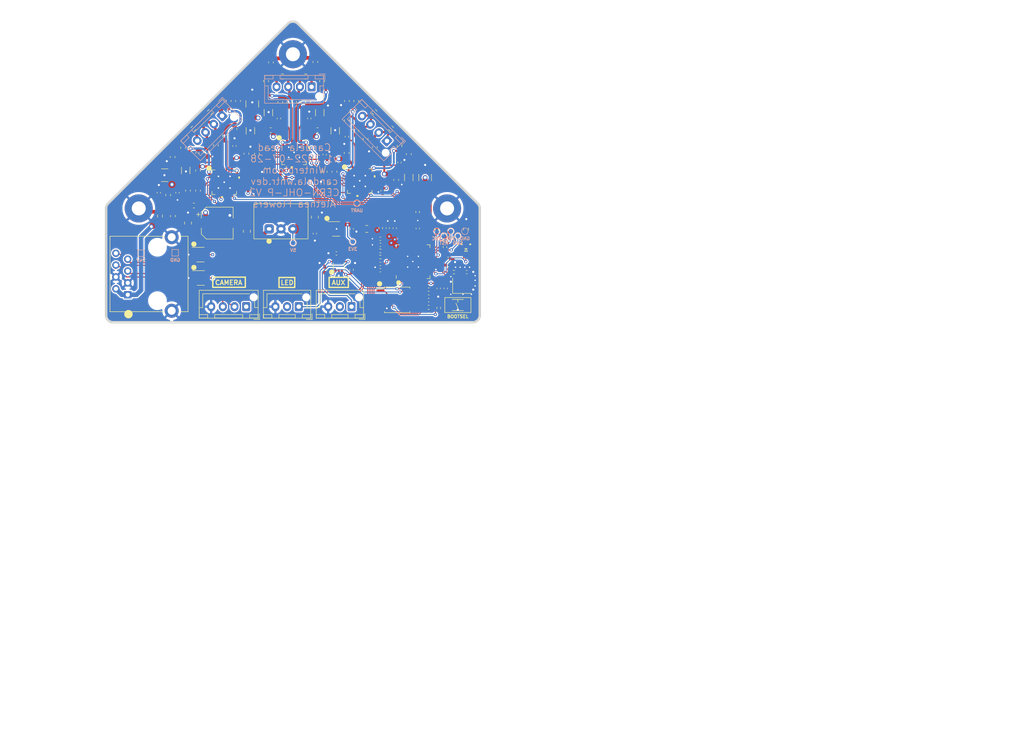
<source format=kicad_pcb>
(kicad_pcb (version 20211014) (generator pcbnew)
  (title_block (title "Candela Head") (date "2022-07-28") (rev "v1") (company "Winterbloom") (comment 1 "Alethea Flowers") (comment 2 "CERN-OHL-P V2") (comment 3 "candela.wntr.dev"))
  (layers (0 "F.Cu" signal) (1 "In1.Cu" signal) (2 "In2.Cu" signal) (31 "B.Cu" signal) (34 "B.Paste" user) (35 "F.Paste" user) (36 "B.SilkS" user "B.Silkscreen") (37 "F.SilkS" user "F.Silkscreen") (38 "B.Mask" user) (39 "F.Mask" user) (44 "Edge.Cuts" user))
  (net 0 "")
  (net 1 "GND")
  (net 2 "+3V3")
  (net 3 "+5V")
  (net 4 "Net-(C2-Pad1)")
  (net 5 "+1V1")
  (net 6 "/Microcontroller/RUN")
  (net 7 "/Connections/CAM_D-")
  (net 8 "Net-(C28-Pad2)")
  (net 9 "/Microcontroller/XIN")
  (net 10 "Net-(C24-Pad1)")
  (net 11 "Net-(C31-Pad1)")
  (net 12 "Net-(C32-Pad1)")
  (net 13 "Net-(C33-Pad1)")
  (net 14 "Net-(C28-Pad1)")
  (net 15 "Net-(C30-Pad2)")
  (net 16 "/Connections/CAM_D+")
  (net 17 "Net-(C38-Pad1)")
  (net 18 "Net-(C40-Pad1)")
  (net 19 "/Connections/CAM_LED")
  (net 20 "Net-(C41-Pad1)")
  (net 21 "Net-(C42-Pad1)")
  (net 22 "Net-(C44-Pad2)")
  (net 23 "Net-(C52-Pad1)")
  (net 24 "Net-(C54-Pad1)")
  (net 25 "Net-(C55-Pad1)")
  (net 26 "/TMC_UART")
  (net 27 "Net-(C56-Pad1)")
  (net 28 "Net-(C58-Pad2)")
  (net 29 "Net-(C66-Pad1)")
  (net 30 "Net-(C67-Pad1)")
  (net 31 "Net-(C68-Pad1)")
  (net 32 "Net-(C69-Pad1)")
  (net 34 "Net-(D4-Pad1)")
  (net 35 "/Microcontroller/ACT_LED")
  (net 44 "/Microcontroller/SWD")
  (net 45 "+24V")
  (net 46 "Net-(C39-Pad1)")
  (net 47 "/Microcontroller/SWCLK")
  (net 48 "Net-(C42-Pad2)")
  (net 49 "Net-(C45-Pad1)")
  (net 50 "Net-(C46-Pad1)")
  (net 51 "Net-(C47-Pad1)")
  (net 52 "/Microcontroller/USB_D-")
  (net 53 "Net-(C53-Pad1)")
  (net 54 "/Microcontroller/USB_D+")
  (net 55 "Net-(C56-Pad2)")
  (net 56 "Net-(J4-Pad1)")
  (net 57 "Net-(J5-Pad1)")
  (net 58 "Net-(C59-Pad1)")
  (net 59 "Net-(C60-Pad1)")
  (net 60 "Net-(C61-Pad1)")
  (net 61 "Net-(R6-Pad2)")
  (net 62 "/Left Motor/DIAG")
  (net 63 "Net-(R7-Pad2)")
  (net 64 "/Left Motor/ENN")
  (net 65 "/Microcontroller/UART1_TX")
  (net 66 "Net-(R9-Pad1)")
  (net 67 "/Microcontroller/QSPI_CS")
  (net 68 "/Left Motor/STEP")
  (net 69 "/Microcontroller/XOUT")
  (net 70 "/Left Motor/DIR")
  (net 71 "/Connections/AUX_OUT")
  (net 72 "/Microcontroller/M1_EN")
  (net 77 "/Microcontroller/M2_EN")
  (net 78 "/Microcontroller/M2_DIR")
  (net 79 "/Microcontroller/M2_STEP")
  (net 80 "/Microcontroller/M2_DIAG")
  (net 81 "/Microcontroller/M1_DIR")
  (net 82 "/Microcontroller/M1_STEP")
  (net 83 "/Microcontroller/M1_DIAG")
  (net 84 "/Microcontroller/QSPI_SD3")
  (net 85 "/Microcontroller/QSPI_SCLK")
  (net 86 "/Microcontroller/QSPI_SD0")
  (net 87 "/Microcontroller/QSPI_SD2")
  (net 88 "/Microcontroller/QSPI_SD1")
  (net 97 "VMOTOR")
  (net 98 "/Left Motor/OB2")
  (net 99 "/Left Motor/OB1")
  (net 100 "/Left Motor/OA1")
  (net 101 "/Left Motor/OA2")
  (net 102 "/Z Motor/OB2")
  (net 103 "/Z Motor/OB1")
  (net 104 "/Z Motor/OA1")
  (net 105 "/Z Motor/OA2")
  (net 106 "/Right Motor/OB2")
  (net 107 "/Right Motor/OB1")
  (net 108 "/Right Motor/OA1")
  (net 109 "/Right Motor/OA2")
  (footprint "Capacitor_SMD:C_0402_1005Metric_Pad0.74x0.62mm_HandSolder" (layer "F.Cu") (at 134.25 99.4892)
    (fp_text reference "C26" hide)
    (fp_text value "1u")
  )
  (footprint "Capacitor_SMD:C_1210_3225Metric_Pad1.33x2.70mm_HandSolder" (layer "F.Cu") (at 133.5 74 90)
    (fp_text reference "C35" hide)
    (fp_text value "10u")
  )
  (footprint "Resistor_SMD:R_1206_3216Metric_Pad1.30x1.75mm_HandSolder" (layer "F.Cu") (at 96.1 64 -90)
    (fp_text reference "R25" hide)
    (fp_text value "220m")
  )
  (footprint "Capacitor_SMD:C_0402_1005Metric_Pad0.74x0.62mm_HandSolder" (layer "F.Cu") (at 137.9 97.7392 -90)
    (fp_text reference "C23" hide)
    (fp_text value "15p")
  )
  (footprint "Capacitor_SMD:C_0402_1005Metric_Pad0.74x0.62mm_HandSolder" (layer "F.Cu") (at 123.914214 88.404999 180)
    (fp_text reference "C19" hide)
    (fp_text value "1u")
  )
  (footprint "Resistor_SMD:R_0402_1005Metric_Pad0.72x0.64mm_HandSolder" (layer "F.Cu") (at 123.914214 89.705)
    (fp_text reference "R7" hide)
    (fp_text value "27R")
  )
  (footprint "Capacitor_SMD:C_0402_1005Metric_Pad0.74x0.62mm_HandSolder" (layer "F.Cu") (at 128 70.8 90)
    (fp_text reference "C33" hide)
    (fp_text value "100n")
  )
  (footprint "Capacitor_SMD:C_0603_1608Metric_Pad1.08x0.95mm_HandSolder" (layer "F.Cu") (at 95.25 68.9 90)
    (fp_text reference "C64" hide)
    (fp_text value "100n")
  )
  (footprint "Resistor_SMD:R_1206_3216Metric_Pad1.30x1.75mm_HandSolder" (layer "F.Cu") (at 130 74 90)
    (fp_text reference "R19" hide)
    (fp_text value "220m")
  )
  (footprint "Resistor_SMD:R_0402_1005Metric_Pad0.72x0.64mm_HandSolder" (layer "F.Cu") (at 136 85.25 -90)
    (fp_text reference "R8" hide)
    (fp_text value "1k")
  )
  (footprint "Capacitor_SMD:C_0402_1005Metric_Pad0.74x0.62mm_HandSolder" (layer "F.Cu") (at 123.91364 93.8392 180)
    (fp_text reference "C20" hide)
    (fp_text value "100n")
  )
  (footprint "Capacitor_SMD:C_0402_1005Metric_Pad0.74x0.62mm_HandSolder" (layer "F.Cu") (at 84.75 68.75 90)
    (fp_text reference "C60" hide)
    (fp_text value "100n")
  )
  (footprint "Capacitor_SMD:C_0402_1005Metric_Pad0.74x0.62mm_HandSolder" (layer "F.Cu") (at 138.4 91.4)
    (fp_text reference "C21" hide)
    (fp_text value "100n")
  )
  (footprint "Inductor_SMD:L_0603_1608Metric_Pad1.05x0.95mm_HandSolder" (layer "F.Cu") (at 91.45 57.6108 90)
    (fp_text reference "FB13" hide)
    (fp_text value "50Ω @ 100MHz")
  )
  (footprint "Resistor_SMD:R_0402_1005Metric_Pad0.72x0.64mm_HandSolder" (layer "F.Cu") (at 103.0975 74 180)
    (fp_text reference "R20" hide)
    (fp_text value "10k")
  )
  (footprint "Connector_JST:JST_XH_B3B-XH-AM_1x03_P2.50mm_Vertical" (layer "F.Cu") (at 117.75 101.6358 180)
    (fp_text reference "J5" hide)
    (fp_text value "AUX")
  )
  (footprint "Package_TO_SOT_SMD:SOT-363_SC-70-6" (layer "F.Cu") (at 115 93 90)
    (fp_text reference "U7" hide)
    (fp_text value "74HC2G34")
  )
  (footprint "Capacitor_SMD:C_0603_1608Metric_Pad1.08x0.95mm_HandSolder" (layer "F.Cu") (at 82.75 76.8 -90)
    (fp_text reference "C58" hide)
    (fp_text value "100n")
  )
  (footprint "Resistor_SMD:R_0603_1608Metric_Pad0.98x0.95mm_HandSolder" (layer "F.Cu") (at 126.194796 63.51981 -45)
    (fp_text reference "RV3" hide)
    (fp_text value "35V")
  )
  (footprint "Inductor_SMD:L_0603_1608Metric_Pad1.05x0.95mm_HandSolder" (layer "F.Cu") (at 128 67.25 90)
    (fp_text reference "FB5" hide)
    (fp_text value "50Ω @ 100MHz")
  )
  (footprint "Inductor_SMD:L_0603_1608Metric_Pad1.05x0.95mm_HandSolder" (layer "F.Cu") (at 99.45 53.3608 90)
    (fp_text reference "FB6" hide)
    (fp_text value "50Ω @ 100MHz")
  )
  (footprint "Capacitor_SMD:C_0603_1608Metric_Pad1.08x0.95mm_HandSolder" (layer "F.Cu") (at 116.7 68.75 90)
    (fp_text reference "C36" hide)
    (fp_text value "100n")
  )
  (footprint "Package_TO_SOT_SMD:SOT-23-6" (layer "F.Cu") (at 85.5 95.5)
    (fp_text reference "U5" hide)
    (fp_text value "TVS")
  )
  (footprint "Capacitor_SMD:C_0402_1005Metric_Pad0.74x0.62mm_HandSolder" (layer "F.Cu") (at 92.7 67.25 90)
    (fp_text reference "C61" hide)
    (fp_text value "100n")
  )
  (footprint "Inductor_SMD:L_0603_1608Metric_Pad1.05x0.95mm_HandSolder" (layer "F.Cu") (at 81.7 67.6108 90)
    (fp_text reference "FB10" hide)
    (fp_text value "50Ω @ 100MHz")
  )
  (footprint "Resistor_SMD:R_0402_1005Metric_Pad0.72x0.64mm_HandSolder" (layer "F.Cu") (at 134.25 102.6 180)
    (fp_text reference "R12" hide)
    (fp_text value "10k")
  )
  (footprint "Inductor_SMD:L_0603_1608Metric_Pad1.05x0.95mm_HandSolder" (layer "F.Cu") (at 106.45 57.8608 90)
    (fp_text reference "FB8" hide)
    (fp_text value "50Ω @ 100MHz")
  )
  (footprint "Resistor_SMD:R_0402_1005Metric_Pad0.72x0.64mm_HandSolder" (layer "F.Cu") (at 117.75 93.75 -90)
    (fp_text reference "R14" hide)
    (fp_text value "10k")
  )
  (footprint "Capacitor_SMD:C_0603_1608Metric_Pad1.08x0.95mm_HandSolder" (layer "F.Cu") (at 122.75 67.5 -90)
    (fp_text reference "C41" hide)
    (fp_text value "470p")
  )
  (footprint "Capacitor_SMD:C_0402_1005Metric_Pad0.74x0.62mm_HandSolder" (layer "F.Cu") (at 138.4 92.75)
    (fp_text reference "C12" hide)
    (fp_text value "100n")
  )
  (footprint "Capacitor_SMD:C_0603_1608Metric_Pad1.08x0.95mm_HandSolder" (layer "F.Cu") (at 93.45 57.6108 -90)
    (fp_text reference "C67" hide)
    (fp_text value "470p")
  )
  (footprint "Package_TO_SOT_SMD:SOT-23-5" (layer "F.Cu") (at 114.45 85)
    (fp_text reference "U2" hide)
    (fp_text value "MIC5317-3.3")
  )
  (footprint "Capacitor_SMD:C_0402_1005Metric_Pad0.74x0.62mm_HandSolder" (layer "F.Cu") (at 116.75 65.25 90)
    (fp_text reference "C32" hide)
    (fp_text value "100n")
  )
  (footprint "Capacitor_SMD:C_0603_1608Metric_Pad1.08x0.95mm_HandSolder" (layer "F.Cu") (at 116.75 61.75 -90)
    (fp_text reference "C38" hide)
    (fp_text value "470p")
  )
  (footprint "Inductor_SMD:L_0603_1608Metric_Pad1.05x0.95mm_HandSolder" (layer "F.Cu") (at 79.5 82.25 -90)
    (fp_text reference "FB14" hide)
    (fp_text value "50Ω @ 100MHz")
  )
  (footprint "Capacitor_SMD:C_0603_1608Metric_Pad1.08x0.95mm_HandSolder" (layer "F.Cu") (at 110.45 63.8608)
    (fp_text reference "C51" hide)
    (fp_text value "100n")
  )
  (footprint "Resistor_SMD:R_0402_1005Metric_Pad0.72x0.64mm_HandSolder" (layer "F.Cu") (at 137.75 88.8892 -90)
    (fp_text reference "R5" hide)
    (fp_text value "10k")
  )
  (footprint "winterbloom:TMC2209-LA" (layer "F.Cu") (at 105.45 68.6108)
    (fp_text reference "U9" hide)
    (fp_text value "TMC2209")
  )
  (footprint "Inductor_SMD:L_0603_1608Metric_Pad1.05x0.95mm_HandSolder" (layer "F.Cu") (at 90.7 65.1108 90)
    (fp_text reference "FB12" hide)
    (fp_text value "50Ω @ 100MHz")
  )
  (footprint "Connector_JST:JST_XH_B3B-XH-AM_1x03_P2.50mm_Vertical" (layer "F.Cu") (at 106.450001 101.6358 180)
    (fp_text reference "J4" hide)
    (fp_text value "CAMLED")
  )
  (footprint "Inductor_SMD:L_0603_1608Metric_Pad1.05x0.95mm_HandSolder" (layer "F.Cu") (at 118.75 64 90)
    (fp_text reference "FB3" hide)
    (fp_text value "50Ω @ 100MHz")
  )
  (footprint "Inductor_SMD:L_0603_1608Metric_Pad1.05x0.95mm_HandSolder" (layer "F.Cu") (at 120.75 65.75 90)
    (fp_text reference "FB4" hide)
    (fp_text value "50Ω @ 100MHz")
  )
  (footprint "Capacitor_SMD:C_1210_3225Metric_Pad1.33x2.70mm_HandSolder" (layer "F.Cu") (at 96.5 58.25 90)
    (fp_text reference "C49" hide)
    (fp_text value "10u")
  )
  (footprint "Capacitor_SMD:C_0402_1005Metric_Pad0.74x0.62mm_HandSolder" (layer "F.Cu") (at 123.91364 92.498787 180)
    (fp_text reference "C15" hide)
    (fp_text value "100n")
  )
  (footprint "Resistor_SMD:R_0402_1005Metric_Pad0.72x0.64mm_HandSolder" (layer "F.Cu") (at 112 93.75 -90)
    (fp_text reference "R13" hide)
    (fp_text value "10k")
  )
  (footprint "Capacitor_SMD:C_0603_1608Metric_Pad1.08x0.95mm_HandSolder" (layer "F.Cu") (at 102.5 57.8608 -90)
    (fp_text reference "C52" hide)
    (fp_text value "470p")
  )
  (footprint "Capacitor_SMD:C_0603_1608Metric_Pad1.08x0.95mm_HandSolder" (layer "F.Cu") (at 86.7 68.6108 -90)
    (fp_text reference "C66" hide)
    (fp_text value "470p")
  )
  (footprint "Capacitor_SMD:C_0402_1005Metric_Pad0.74x0.62mm_HandSolder" (layer "F.Cu") (at 114.5 90.25 180)
    (fp_text reference "C27" hide)
    (fp_text value "100n")
  )
  (footprint "Capacitor_SMD:C_1210_3225Metric_Pad1.33x2.70mm_HandSolder" (layer "F.Cu") (at 77.75 73.5 180)
    (fp_text reference "C63" hide)
    (fp_text value "10u")
  )
  (footprint "Capacitor_SMD:C_0603_1608Metric_Pad1.08x0.95mm_HandSolder" (layer "F.Cu") (at 127.3 74.5 -90)
    (fp_text reference "C37" hide)
    (fp_text value "100n")
  )
  (footprint "Package_TO_SOT_SMD:SOT-23-6" (layer "F.Cu") (at 85.4 90.5)
    (fp_text reference "U6" hide)
    (fp_text value "TVS")
  )
  (footprint "Capacitor_SMD:C_0402_1005Metric_Pad0.74x0.62mm_HandSolder" (layer "F.Cu") (at 76.5 77.25 90)
    (fp_text reference "C8" hide)
    (fp_text value "100n")
  )
  (footprint "Crystal:Crystal_SMD_Abracon_ABM8G-4Pin_3.2x2.5mm" (layer "F.Cu") (at 141.4 97.15)
    (fp_text reference "Y1" hide)
    (fp_text value "12MHz")
  )
  (footprint "Resistor_SMD:R_0603_1608Metric_Pad0.98x0.95mm_HandSolder" (layer "F.Cu") (at 76.75 82.25 90)
    (fp_text reference "RV1" hide)
    (fp_text value "35V")
  )
  (footprint "Capacitor_SMD:C_0402_1005Metric_Pad0.74x0.62mm_HandSolder" (layer "F.Cu") (at 124.4 76.8 -90)
    (fp_text reference "C29" hide)
    (fp_text value "100n")
  )
  (footprint "winterbloom:TMC2209-LA" (layer "F.Cu") (at 119.5 74.75)
    (fp_text reference "U8" hide)
    (fp_text value "TMC2209")
  )
  (footprint "Capacitor_SMD:C_0402_1005Metric_Pad0.74x0.62mm_HandSolder" (layer "F.Cu") (at 112 69.1 90)
    (fp_text reference "C43" hide)
    (fp_text value "100n")
  )
  (footprint "Capacitor_SMD:C_0603_1608Metric_Pad1.08x0.95mm_HandSolder" (layer "F.Cu") (at 100.45 63.8608 180)
    (fp_text reference "C50" hide)
    (fp_text value "100n")
  )
  (footprint "Capacitor_SMD:C_0805_2012Metric_Pad1.18x1.45mm_HandSolder" (layer "F.Cu") (at 82.75 83.75 90)
    (fp_text reference "C3" hide)
    (fp_text value "22u")
  )
  (footprint "Capacitor_SMD:C_0402_1005Metric_Pad0.74x0.62mm_HandSolder" (layer "F.Cu") (at 102.2 61.3608 90)
    (fp_text reference "C46" hide)
    (fp_text value "100n")
  )
  (footprint "Connector_JST:JST_XH_B4B-XH-AM_1x04_P2.50mm_Vertical" (layer "F.Cu") (at 95.2 101.6358 180)
    (fp_text reference "J3" hide)
    (fp_text value "CAM")
  )
  (footprint "MountingHole:MountingHole_3mm_Pad" (layer "F.Cu") (at 72.2 80.6108)
    (fp_text reference "H2" hide)
    (fp_text value "GND")
  )
  (footprint "Resistor_SMD:R_0402_1005Metric_Pad0.72x0.64mm_HandSolder" (layer "F.Cu") (at 124 84.8475 -90)
    (fp_text reference "R23" hide)
    (fp_text value "10k")
  )
  (footprint "Capacitor_SMD:C_0402_1005Metric_Pad0.74x0.62mm_HandSolder" (layer "F.Cu") (at 134.25 100.9892)
    (fp_text reference "C25" hide)
    (fp_text value "100n")
  )
  (footprint "Capacitor_SMD:C_0805_2012Metric_Pad1.18x1.45mm_HandSolder" (layer "F.Cu") (at 109.9 82.485848 90)
    (fp_text reference "C4" hide)
    (fp_text value "22u")
  )
  (footprint "Resistor_SMD:R_0603_1608Metric_Pad0.98x0.95mm_HandSolder" (layer "F.Cu") (at 87.444793 59.984274 45)
    (fp_text reference "RV7" hide)
    (fp_text value "35V")
  )
  (footprint "Capacitor_SMD:C_0805_2012Metric_Pad1.18x1.45mm_HandSolder" (layer "F.Cu") (at 121 85 180)
    (fp_text reference "C10" hide)
    (fp_text value "10u")
  )
  (footprint "Capacitor_SMD:C_0603_1608Metric_Pad1.08x0.95mm_HandSolder" (layer "F.Cu") (at 110 49.25 90)
    (fp_text reference "C53" hide)
    (fp_text value "470p")
  )
  (footprint "winterbloom:Connector_RJ45_ASSMANN_A-2014-2S-4-N-R" (layer "F.Cu") (at 76.2 94.644081 -90)
    (fp_text reference "J2" hide)
    (fp_text value "8P8C")
  )
  (footprint "Resistor_SMD:R_1206_3216Metric_Pad1.30x1.75mm_HandSolder" (layer "F.Cu") (at 99.95 60.1108 -90)
    (fp_text reference "R21" hide)
    (fp_text value "220m")
  )
  (footprint "Capacitor_SMD:C_0603_1608Metric_Pad1.08x0.95mm_HandSolder" (layer "F.Cu") (at 108.45 57.8608 -90)
    (fp_text reference "C55" hide)
    (fp_text value "470p")
  )
  (footprint "MountingHole:MountingHole_3mm_Pad" (layer "F.Cu") (at 105.2 47.6108)
    (fp_text reference "H3" hide)
    (fp_text value "GND")
  )
  (footprint "Capacitor_SMD:C_0603_1608Metric_Pad1.08x0.95mm_HandSolder" (layer "F.Cu") (at 99.75 67.862501 -90)
    (fp_text reference "C42" hide)
    (fp_text value "22n")
  )
  (footprint "Resistor_SMD:R_0603_1608Metric_Pad0.98x0.95mm_HandSolder" (layer "F.Cu") (at 102.95 52.3608)
    (fp_text reference "RV4" hide)
    (fp_text value "35V")
  )
  (footprint "Capacitor_SMD:C_0603_1608Metric_Pad1.08x0.95mm_HandSolder" (layer "F.Cu") (at 84.9 72.5 -90)
    (fp_text reference "C65" hide)
    (fp_text value "100n")
  )
  (footprint "Resistor_SMD:R_1206_3216Metric_Pad1.30x1.75mm_HandSolder" (layer "F.Cu") (at 82.25 72.5 90)
    (fp_text reference "R24" hide)
    (fp_text value "220m")
  )
  (footprint "Inductor_SMD:L_0603_1608Metric_Pad1.05x0.95mm_HandSolder" (layer "F.Cu") (at 118.75 57.6108 90)
    (fp_text reference "FB2" hide)
    (fp_text value "50Ω @ 100MHz")
  )
  (footprint "Capacitor_SMD:C_0402_1005Metric_Pad0.74x0.62mm_HandSolder" (layer "F.Cu") (at 127 84.8475 90)
    (fp_text reference "C14" hide)
    (fp_text value "100n")
  )
  (footprint "Capacitor_SMD:C_0402_1005Metric_Pad0.74x0.62mm_HandSolder" (layer "F.Cu") (at 96.25 76.5)
    (fp_text reference "C57" hide)
    (fp_text value "100n")
  )
  (footprint "Capacitor_SMD:C_0603_1608Metric_Pad1.08x0.95mm_HandSolder" (layer "F.Cu") (at 130 69 -90)
    (fp_text reference "C39" hide)
    (fp_text value "470p")
  )
  (footprint "winterbloom:TMC2209-LA" (layer "F.Cu") (at 90.5 75)
    (fp_text reference "U10" hide)
    (fp_text value "TMC2209")
  )
  (footprint "Resistor_SMD:R_0402_1005Metric_Pad0.72x0.64mm_HandSolder" (layer "F.Cu") (at 131.9 81.4 -90)
    (fp_text reference "R17" hide)
    (fp_text value "10k")
  )
  (footprint "Capacitor_SMD:C_0603_1608Metric_Pad1.08x0.95mm_HandSolder" (layer "F.Cu") (at 84.9 76.8 -90)
    (fp_text reference "C56" hide)
    (fp_text value "22n")
  )
  (footprint "Package_SO:SOIC-8_5.23x5.23mm_P1.27mm" (layer "F.Cu") (at 127.5 100.1892)
    (fp_text reference "U4" hide)
    (fp_text value "W25Q128JVS")
  )
  (footprint "Resistor_SMD:R_0402_1005Metric_Pad0.72x0.64mm_HandSolder" (layer "F.Cu") (at 136.4 101.9 -90)
    (fp_text reference "R9" hide)
    (fp_text value "1k")
  )
  (footprint "Resistor_SMD:R_1206_3216Metric_Pad1.30x1.75mm_HandSolder" (layer "F.Cu") (at 110.95 60.1108 -90)
    (fp_text reference "R22" hide)
    (fp_text value "220m")
  )
  (footprint "Resistor_SMD:R_0402_1005Metric_Pad0.72x0.64mm_HandSolder" (layer "F.Cu") (at 137.75 86.1392 90)
    (fp_text reference "R4" hide)
    (fp_text value "10k")
  )
  (footprint "Capacitor_SMD:C_0402_1005Metric_Pad0.74x0.62mm_HandSolder" (layer "F.Cu") (at 123.914214 87.104999 180)
    (fp_text reference "C18" hide)
    (fp_text value "1u")
  )
  (footprint "Capacitor_SMD:C_0402_1005Metric_Pad0.74x0.62mm_HandSolder" (layer "F.Cu") (at 108.7 61.3608 90)
    (fp_text reference "C47" hide)
    (fp_text value "100n")
  )
  (footprint "Capacitor_SMD:C_0603_1608Metric_Pad1.08x0.95mm_HandSolder" (layer "F.Cu") (at 113 75.8 180)
    (fp_text reference "C31" hide)
    (fp_text value "4.7u")
  )
  (footprint "Capacitor_SMD:C_0603_1608Metric_Pad1.08x0.95mm_HandSolder" (layer "F.Cu") (at 114.089961 72.75 -90)
    (fp_text reference "C28" hide)
    (fp_text value "22n")
  )
  (footprint "winterbloom:Converter_DCDC_CUI_VX78-500_THT" (layer "F.Cu") (at 100.1 85)
    (fp_text reference "U1" hide)
    (fp_text value "VX7805-500")
  )
  (footprint "Resistor_SMD:R_0603_1608Metric_Pad0.98x0.95mm_HandSolder" (layer "F.Cu") (at 122.659262 59.984276 -45)
    (fp_text reference "RV2" hide)
    (fp_text value "35V")
  )
  (footprint "Capacitor_SMD:C_0603_1608Metric_Pad1.08x0.95mm_HandSolder" (layer "F.Cu") (at 112 72.75 -90)
    (fp_text reference "C30" hide)
    (fp_text value "100n")
  )
  (footprint "Capacitor_SMD:C_0402_1005Metric_Pad0.74x0.62mm_HandSolder" (layer "F.Cu") (at 134.25 97.9892)
    (fp_text reference "C11" hide)
    (fp_text value "100n")
  )
  (footprint "Resistor_SMD:R_0603_1608Metric_Pad0.98x0.95mm_HandSolder" (layer "F.Cu") (at 83.90926 63.519808 45)
    (fp_text reference "RV6" hide)
    (fp_text value "35V")
  )
  (footprint "Capacitor_SMD:CP_Elec_6.3x7.7" (layer "F.Cu") (at 89 83.75)
    (fp_text reference "C5" hide)
    (fp_text value "100u")
  )
  (footprint "winterbloom:RP2040-QFN-56" (layer "F.Cu") (at 130.921502 92.004999 90)
    (fp_text reference "U3" hide)
    (fp_text value "RP2040")
  )
  (footprint "Resistor_SMD:R_0402_1005Metric_Pad0.72x0.64mm_HandSolder" (layer "F.Cu") (at 139.65 94.2392)
    (fp_text reference "R11" hide)
    (fp_text value "1k")
  )
  (footprint "Capacitor_SMD:C_0603_1608Metric_Pad1.08x0.95mm_HandSolder" (layer "F.Cu") (at 99.75 72 -90)
    (fp_text reference "C45" hide)
    (fp_text value "4.7u")
  )
  (footprint "Resistor_SMD:R_0603_1608Metric_Pad0.98x0.95mm_HandSolder" (layer "F.Cu") (at 107.95 52.3608)
    (fp_text reference "RV5" hide)
    (fp_text value "35V")
  )
  (footprint "Capacitor_SMD:C_0603_1608Metric_Pad1.08x0.95mm_HandSolder" (layer "F.Cu") (at 116.75 57.6108 -90)
    (fp_text reference "C40" hide)
    (fp_text value "470p")
  )
  (footprint "Resistor_SMD:R_0603_1608Metric_Pad0.98x0.95mm_HandSolder" (layer "F.Cu") (at 142.25 85 90)
    (fp_text reference "R10" hide)
    (fp_text value "1k")
  )
  (footprint "Capacitor_SMD:C_0402_1005Metric_Pad0.74x0.62mm_HandSolder" (layer "F.Cu") (at 80.5 77.25 -90)
    (fp_text reference "C9" hide)
    (fp_text value "100n")
  )
  (footprint "MountingHole:MountingHole_3mm_Pad" (layer "F.Cu") (at 138.2 80.6108)
    (fp_text reference "H1" hide)
    (fp_text value "GND")
  )
  (footprint "Capacitor_SMD:C_0603_1608Metric_Pad1.08x0.95mm_HandSolder" (layer "F.Cu") (at 79.45 69.6108 -90)
    (fp_text reference "C68" hide)
    (fp_text value "470p")
  )
  (footprint "Inductor_SMD:L_0603_1608Metric_Pad1.05x0.95mm_HandSolder" (layer "F.Cu") (at 78.5 77.75 90)
    (fp_text reference "FB1" hide)
    (fp_text value "50Ω @ 100MHz")
  )
  (footprint "Capacitor_SMD:C_0402_1005Metric_Pad0.74x0.62mm_HandSolder" (layer "F.Cu") (at 109.9 86 -90)
    (fp_text reference "C6" hide)
    (fp_text value "1u")
  )
  (footprint "Capacitor_SMD:C_0402_1005Metric_Pad0.74x0.62mm_HandSolder" (layer "F.Cu") (at 117.8 85 -90)
    (fp_text reference "C7" hide)
    (fp_text value "1u")
  )
  (footprint "Capacitor_SMD:C_0402_1005Metric_Pad0.74x0.62mm_HandSolder" (layer "F.Cu") (at 142.4 94.2392)
    (fp_text reference "C24" hide)
    (fp_text value "15p")
  )
  (footprint "Capacitor_SMD:C_0805_2012Metric_Pad1.18x1.45mm_HandSolder" (layer "F.Cu") (at 95.35 85.5 90)
    (fp_text reference "C2" hide)
    (fp_text value "4.7u")
  )
  (footprint "Capacitor_SMD:C_0603_1608Metric_Pad1.08x0.95mm_HandSolder" (layer "F.Cu") (at 92.7 63.6108 -90)
    (fp_text reference "C69" hide)
    (fp_text value "470p")
  )
  (footprint "Capacitor_SMD:C_0603_1608Metric_Pad1.08x0.95mm_HandSolder" (layer "F.Cu") (at 97.5 68.9 -90)
    (fp_text reference "C44" hide)
    (fp_text value "100n")
  )
  (footprint "Resistor_SMD:R_1206_3216Metric_Pad1.30x1.75mm_HandSolder" (layer "F.Cu") (at 114.25 64 -90)
    (fp_text reference "R18" hide)
    (fp_text value "220m")
  )
  (footprint "Resistor_SMD:R_0402_1005Metric_Pad0.72x0.64mm_HandSolder" (layer "F.Cu") (at 123.914214 91.004998)
    (fp_text reference "R6" hide)
    (fp_text value "27R")
  )
  (footprint "Inductor_SMD:L_0603_1608Metric_Pad1.05x0.95mm_HandSolder" (layer "F.Cu") (at 88.7 67.1108 90)
    (fp_text reference "FB11" hide)
    (fp_text value "50Ω @ 100MHz")
  )
  (footprint "Capacitor_SMD:C_0402_1005Metric_Pad0.74x0.62mm_HandSolder" (layer "F.Cu") (at 136.4 97.7392 -90)
    (fp_text reference "C17" hide)
    (fp_text value "100n")
  )
  (footprint "Capacitor_SMD:C_0402_1005Metric_Pad0.74x0.62mm_HandSolder" (layer "F.Cu") (at 125.5 84.837499 90)
    (fp_text reference "C16" hide)
    (fp_text value "100n")
  )
  (footprint "winterbloom:Tactile_Switch_4.2mm" (layer "F.Cu") (at 140.5 101.3)
    (fp_text reference "SW1" hide)
    (fp_text value "BOOTSEL")
  )
  (footprint "Capacitor_SMD:C_0402_1005Metric_Pad0.74x0.62mm_HandSolder" (layer "F.Cu") (at 131.921502 84.905 90)
    (fp_text reference "C13" hide)
    (fp_text value "100n")
  )
  (footprint "Capacitor_SMD:C_0603_1608Metric_Pad1.08x0.95mm_HandSolder" (layer "F.Cu") (at 100.5 49.3608 90)
    (fp_text reference "C54" hide)
    (fp_text value "470p")
  )
  (footprint "Inductor_SMD:L_0603_1608Metric_Pad1.05x0.95mm_HandSolder" (layer "F.Cu") (at 104.45 57.8608 90)
    (fp_text reference "FB7" hide)
    (fp_text value "50Ω @ 100MHz")
  )
  (footprint "Inductor_SMD:L_0603_1608Metric_Pad1.05x0.95mm_HandSolder" (layer "F.Cu") (at 111.45 53.3608 90)
    (fp_text reference "FB9" hide)
    (fp_text value "50Ω @ 100MHz")
  )
  (footprint "winterbloom:LED_0805_Kingbright_APT2012" (layer "F.Cu") (at 142.25 89.5 -90)
    (fp_text reference "D4" hide)
    (fp_text value "ACT" hide)
  )
  (footprint "Capacitor_SMD:C_0603_1608Metric_Pad1.08x0.95mm_HandSolder" (layer "F.Cu") (at 84 80 180)
    (fp_text reference "C59" hide)
    (fp_text value "4.7u")
  )
  (footprint "TestPoint:TestPoint_Pad_1.0x1.0mm" (layer "B.Cu") (at 80 90.1 180)
    (fp_text reference "TP1" hide)
    (fp_text value "GND")
  )
  (footprint "TestPoint:TestPoint_Pad_D1.0mm" (layer "B.Cu") (at 140.5 86.5 180)
    (fp_text reference "TP8" hide)
    (fp_text value "SWD")
  )
  (footprint "TestPoint:TestPoint_Pad_1.0x1.0mm" (layer "B.Cu") (at 72.7 90.2 180)
    (fp_text reference "TP2" hide)
    (fp_text value "24V")
  )
  (footprint "TestPoint:TestPoint_Pad_D1.0mm" (layer "B.Cu") (at 142 85.5 180)
    (fp_text reference "TP5" hide)
    (fp_text value "GND")
  )
  (footprint "TestPoint:TestPoint_Pad_D1.0mm" (layer "B.Cu") (at 136 85.5 180)
    (fp_text reference "TP9" hide)
    (fp_text value "SWC")
  )
  (footprint "TestPoint:TestPoint_Pad_D1.0mm" (layer "B.Cu") (at 137.5 86.5 180)
    (fp_text reference "TP7" hide)
    (fp_text value "~{RST}")
  )
  (footprint "Connector_JST:JST_XH_B4B-XH-AM_1x04_P2.50mm_Vertical" (layer "B.Cu") (at 109.2 54.5858 180)
    (fp_text reference "J8" hide)
    (fp_text value "MOTOR")
  )
  (footprint "TestPoint:TestPoint_Pad_D1.0mm" (layer "B.Cu") (at 118 87.75 180)
    (fp_text reference "TP4" hide)
    (fp_text value "3V3")
  )
  (footprint "Connector_JST:JST_XH_B4B-XH-AM_1x04_P2.50mm_Vertical" (layer "B.Cu") (at 125.32859 66.153783 135)
    (fp_text reference "J7" hide)
    (fp_text value "MOTOR")
  )
  (footprint "TestPoint:TestPoint_Pad_D1.0mm" (layer "B.Cu") (at 139 85.5 180)
    (fp_text reference "TP6" hide)
    (fp_text value "3V3")
  )
  (footprint "TestPoint:TestPoint_Pad_D1.0mm" (layer "B.Cu") (at 105.25 88 180)
    (fp_text reference "TP3" hide)
    (fp_text value "5V")
  )
  (footprint "Connector_JST:JST_XH_B4B-XH-AM_1x04_P2.50mm_Vertical" (layer "B.Cu") (at 90.029549 60.78982 -135)
    (fp_text reference "J9" hide)
    (fp_text value "MOTOR")
  )
  (footprint "TestPoint:TestPoint_Pad_D1.0mm" (layer "B.Cu") (at 118.9 79.5 180)
    (fp_text reference "TP17" hide)
    (fp_text value "UART")
  )
  (gr_circle (center 84 88.25) (end 84.5 88.25) (layer "F.SilkS") (width 0.12) (fill solid))
  (gr_poly (pts (xy 117.070002 95.360799) (xy 117.07 97.517031) (xy 112.95 97.517033) (xy 112.950001 95.3608)) (layer "F.SilkS") (width 0.3) (fill none))
  (gr_circle (center 123.75 96.75) (end 124.25 96.75) (layer "F.SilkS") (width 0.12) (fill solid))
  (gr_poly (pts (xy 95.010001 95.320801) (xy 95.010001 97.5) (xy 88.050001 97.5) (xy 88.050001 95.3208)) (layer "F.SilkS") (width 0.3) (fill none))
  (gr_circle (center 116.25 71.75) (end 116.75 71.75) (layer "F.SilkS") (width 0.12) (fill solid))
  (gr_circle (center 84 93.25) (end 84.5 93.25) (layer "F.SilkS") (width 0.12) (fill solid))
  (gr_circle (center 102.25 65.5) (end 102.75 65.5) (layer "F.SilkS") (width 0.12) (fill solid))
  (gr_poly (pts (xy 105.590002 95.3908) (xy 105.590001 97.5208) (xy 102.220001 97.5208) (xy 102.220001 95.390799)) (layer "F.SilkS") (width 0.3) (fill none))
  (gr_circle (center 113.5 94.25) (end 114 94.25) (layer "F.SilkS") (width 0.12) (fill solid))
  (gr_circle (center 87.25 72) (end 87.75 72) (layer "F.SilkS") (width 0.12) (fill solid))
  (gr_circle (center 112.5 82.75) (end 113 82.75) (layer "F.SilkS") (width 0.12) (fill solid))
  (gr_line (start 65.6393 79.5502) (end 104.13934 41.04984) (layer "Edge.Cuts") (width 0.5))
  (gr_arc (start 66.7 104.9895) (mid 65.63934 104.55016) (end 65.2 103.4895) (layer "Edge.Cuts") (width 0.5))
  (gr_line (start 145.2 80.6108) (end 145.2 103.4895) (layer "Edge.Cuts") (width 0.5))
  (gr_arc (start 65.2 80.6108) (mid 65.314181 80.036775) (end 65.63934 79.55014) (layer "Edge.Cuts") (width 0.5))
  (gr_arc (start 144.76066 79.55014) (mid 145.085819 80.036775) (end 145.2 80.6108) (layer "Edge.Cuts") (width 0.5))
  (gr_line (start 106.26066 41.04984) (end 144.7607 79.5502) (layer "Edge.Cuts") (width 0.5))
  (gr_line (start 66.7 104.9895) (end 143.7 104.9895) (layer "Edge.Cuts") (width 0.5))
  (gr_line (start 65.2 103.4895) (end 65.2 80.6108) (layer "Edge.Cuts") (width 0.5))
  (gr_arc (start 145.2 103.4895) (mid 144.76066 104.55016) (end 143.7 104.9895) (layer "Edge.Cuts") (width 0.5))
  (gr_arc (start 104.13934 41.04984) (mid 105.2 40.6105) (end 106.26066 41.04984) (layer "Edge.Cuts") (width 0.5))
  (gr_text "${TITLE}\n${REVISION} ${ISSUE_DATE}\n${COMPANY}\n${COMMENT3}\n${COMMENT2}\n${COMMENT1}" (at 105.5 73.6) (layer "B.SilkS") (effects (font (size 1.5 1.5)) (justify mirror)))
  (gr_text "AUX" (at 114.950001 96.5) (layer "F.SilkS") (effects (font (size 1 1) (thickness 0.2))))
  (gr_text "LED" (at 103.950001 96.5) (layer "F.SilkS") (effects (font (size 1 1) (thickness 0.2))))
  (gr_text "CAMERA" (at 91.450001 96.5) (layer "F.SilkS") (effects (font (size 1 1) (thickness 0.2))))
  (segment (start 76.1875 73.5) (end 77.7 73.5) (width 0.8) (layer "F.Cu") (net 1))
  (segment (start 140.3 96.3) (end 139 96.3) (width 0.4) (layer "F.Cu") (net 1))
  (segment (start 116.7 67.3) (end 116.2 66.8) (width 0.8) (layer "F.Cu") (net 1))
  (segment (start 82.75 81.5) (end 82.75 80.3875) (width 1) (layer "F.Cu") (net 1))
  (segment (start 76.5 73.8125) (end 76.1875 73.5) (width 0.8) (layer "F.Cu") (net 1))
  (segment (start 112.1 75.8) (end 111.2 74.9) (width 0.8) (layer "F.Cu") (net 1))
  (segment (start 90.5 72.5743) (end 90.5 73.75) (width 0.4) (layer "F.Cu") (net 1))
  (segment (start 118.9325 85.5675) (end 119.395 85.5675) (width 0.8) (layer "F.Cu") (net 1))
  (segment (start 129.63 70.2325) (end 130 69.8625) (width 0.8) (layer "F.Cu") (net 1))
  (segment (start 98.6625 72.8625) (end 98.6 72.8) (width 0.8) (layer "F.Cu") (net 1))
  (segment (start 84.2625 90.5) (end 82.9 90.5) (width 0.4) (layer "F.Cu") (net 1))
  (segment (start 76.5 75.6) (end 76.5 73.8125) (width 0.8) (layer "F.Cu") (net 1))
  (segment (start 117.0743 74.250001) (end 119.000001 74.250001) (width 0.4) (layer "F.Cu") (net 1))
  (segment (start 111.3125 63.8608) (end 114.2392 63.8608) (width 0.8) (layer "F.Cu") (net 1))
  (segment (start 96.8175 76.5) (end 96.8175 77.4825) (width 0.4) (layer "F.Cu") (net 1))
  (segment (start 136.3 99.5) (end 136.3 98.4067) (width 0.4) (layer "F.Cu") (net 1))
  (segment (start 88.0743 74.500001) (end 90.000001 74.500001) (width 0.4) (layer "F.Cu") (net 1))
  (segment (start 92.7 65.6) (end 92.7 64.4733) (width 0.8) (layer "F.Cu") (net 1))
  (segment (start 108.7 58.9733) (end 108.45 58.7233) (width 0.8) (layer "F.Cu") (net 1))
  (segment (start 106.450001 71.0365) (end 106.450001 69.849999) (width 0.4) (layer "F.Cu") (net 1))
  (segment (start 115.9283 63.8608) (end 116.75 64.6825) (width 0.8) (layer "F.Cu") (net 1))
  (segment (start 96.8175 77.4825) (end 96.8 77.5) (width 0.4) (layer "F.Cu") (net 1))
  (segment (start 104.950001 71.0365) (end 104.950001 69.110799) (width 0.4) (layer "F.Cu") (net 1))
  (segment (start 127 84.28) (end 127 83.3) (width 0.25) (layer "F.Cu") (net 1))
  (segment (start 116.75 62.6125) (end 116.75 63.0391) (width 0.8) (layer "F.Cu") (net 1))
  (segment (start 114.2392 63.8608) (end 115.9283 63.8608) (width 0.8) (layer "F.Cu") (net 1))
  (segment (start 99.95 58.5608) (end 102.3375 58.5608) (width 0.8) (layer "F.Cu") (net 1))
  (segment (start 76.5 76.6825) (end 76.5 75.6) (width 0.8) (layer "F.Cu") (net 1))
  (segment (start 82.25 74.05) (end 82.25 72.75) (width 0.8) (layer "F.Cu") (net 1))
  (segment (start 108.6125 58.5608) (end 108.45 58.7233) (width 0.8) (layer "F.Cu") (net 1))
  (segment (start 99.95 58.5608) (end 99.95 59.95) (width 0.8) (layer "F.Cu") (net 1))
  (segment (start 109.9 86.5675) (end 109.9 87.5) (width 0.5) (layer "F.Cu") (net 1))
  (segment (start 109.9 81.448348) (end 111.348348 81.448348) (width 0.5) (layer "F.Cu") (net 1))
  (segment (start 134.8175 99.4892) (end 134.8175 97.9892) (width 0.4) (layer "F.Cu") (net 1))
  (segment (start 110.95 58.5608) (end 112.6608 58.5608) (width 0.8) (layer "F.Cu") (net 1))
  (segment (start 79.45 70.4733) (end 78.2267 70.4733) (width 0.8) (layer "F.Cu") (net 1))
  (segment (start 96.5733 58.4733) (end 99.8625 58.4733) (width 0.8) (layer "F.Cu") (net 1))
  (segment (start 85.4092 68.1825) (end 86.7 69.4733) (width 0.4) (layer "F.Cu") (net 1))
  (segment (start 99.95 59.95) (end 100 60) (width 0.8) (layer "F.Cu") (net 1))
  (segment (start 115.5267 58.4733) (end 115.5 58.5) (width 0.8) (layer "F.Cu") (net 1))
  (segment (start 111.1475 92.3) (end 110.9 92.3) (width 0.25) (layer "F.Cu") (net 1))
  (segment (start 122.75 68.3625) (end 121.5375 68.3625) (width 0.8) (layer "F.Cu") (net 1))
  (segment (start 123.346714 87.104999) (end 122.214213 87.104999) (width 0.2) (layer "F.Cu") (net 1))
  (segment (start 142.57264 102.37442) (end 140.57442 102.37442) (width 0.4) (layer "F.Cu") (net 1))
  (segment (start 110 48.3875) (end 105.9767 48.3875) (width 0.8) (layer "F.Cu") (net 1))
  (segment (start 134.359002 93.004999) (end 134.904999 93.004999) (width 0.25) (layer "F.Cu") (net 1))
  (segment (start 112 68.5325) (end 112.9675 68.5325) (width 0.8) (layer "F.Cu") (net 1))
  (segment (start 114.25 63.85) (end 114.2392 63.8608) (width 0.8) (layer "F.Cu") (net 1))
  (segment (start 116.75 63.0391) (end 115.9283 63.8608) (width 0.8) (layer "F.Cu") (net 1))
  (segment (start 107.8757 68.6108) (end 105.45 68.6108) (width 0.4) (layer "F.Cu") (net 1))
  (segment (start 140.5 102.3) (end 138.50178 102.3) (width 0.4) (layer "F.Cu") (net 1))
  (segment (start 82.75 80.3875) (end 83.1375 80) (width 1) (layer "F.Cu") (net 1))
  (segment (start 135.104999 93.004999) (end 135.8 93.7) (width 0.25) (layer "F.Cu") (net 1))
  (segment (start 96.1 62.45) (end 96.1 63.9) (width 0.8) (layer "F.Cu") (net 1))
  (segment (start 121.5375 68.3625) (end 121.5 68.4) (width 0.8) (layer "F.Cu") (net 1))
  (segment (start 78.2267 70.4733) (end 78.2 70.5) (width 0.8) (layer "F.Cu") (net 1))
  (segment (start 108.7 60.7933) (end 108.7 59.9) (width 0.8) (layer "F.Cu") (net 1))
  (segment (start 128 70.2325) (end 129.0675 70.2325) (width 0.8) (layer "F.Cu") (net 1))
  (segment (start 119.5 72.8) (end 119.496512 72.796512) (width 0.4) (layer "F.Cu") (net 1))
  (segment (start 91.7 83.75) (end 94.6375 83.75) (width 0.8) (layer "F.Cu") (net 1))
  (segment (start 123.7675 77.3675) (end 123.5 77.1) (width 0.4) (layer "F.Cu") (net 1))
  (segment (start 105.45 68.6108) (end 105.45 66.65) (width 0.4) (layer "F.Cu") (net 1))
  (segment (start 96.1 63.9) (end 94.4 63.9) (width 0.8) (layer "F.Cu") (net 1))
  (segment (start 102.2 60.7933) (end 102.2 59.0233) (width 0.8) (layer "F.Cu") (net 1))
  (segment (start 123.346714 88.404999) (end 122.214214 88.404999) (width 0.2) (layer "F.Cu") (net 1))
  (segment (start 102.3375 58.5608) (end 102.5 58.7233) (width 0.8) (layer "F.Cu") (net 1))
  (segment (start 103.0243 68.110801) (end 104.950001 68.110801) (width 0.4) (layer "F.Cu") (net 1))
  (segment (start 86.7 69.4733) (end 87.9733 69.4733) (width 0.4) (layer "F.Cu") (net 1))
  (segment (start 95.25 68.0375) (end 95.4625 68.0375) (width 0.8) (layer "F.Cu") (net 1))
  (segment (start 94.4 63.9) (end 93.8267 64.4733) (width 0.8) (layer "F.Cu") (net 1))
  (segment (start 119.395 85.5675) (end 119.9625 85) (width 0.8) (layer "F.Cu") (net 1))
  (segment (start 108.7 59.9) (end 108.7 58.9733) (width 0.8) (layer "F.Cu") (net 1))
  (segment (start 82.25 74.05) (end 84.2125 74.05) (width 0.8) (layer "F.Cu") (net 1))
  (segment (start 138.9675 91.4) (end 139.2 91.4) (width 0.4) (layer "F.Cu") (net 1))
  (segment (start 119.5 74.7) (end 119.5 72.8) (width 0.4) (layer "F.Cu") (net 1))
  (segment (start 84.75 68.1825) (end 85.4092 68.1825) (width 0.4) (layer "F.Cu") (net 1))
  (segment (start 110.95 58.5608) (end 108.6125 58.5608) (width 0.8) (layer "F.Cu") (net 1))
  (segment (start 82.75 82.7125) (end 82.75 81.5) (width 1) (layer "F.Cu") (net 1))
  (segment (start 117.8 85.5675) (end 118.9325 85.5675) (width 0.8) (layer "F.Cu") (net 1))
  (segment (start 114.25 62.45) (end 114.25 63.85) (width 0.8) (layer "F.Cu") (net 1))
  (segment (start 123.34614 93.74614) (end 122.8 93.2) (width 0.25) (layer "F.Cu") (net 1))
  (segment (start 128.55 75.55) (end 128.5 75.5) (width 0.8) (layer "F.Cu") (net 1))
  (segment (start 76.75 81.3375) (end 72.9267 81.3375) (width 0.8) (layer "F.Cu") (net 1))
  (segment (start 111.348348 81.448348) (end 111.4 81.5) (width 0.5) (layer "F.Cu") (net 1))
  (segment (start 96.1 63.9) (end 99.5483 63.9) (width 0.8) (layer "F.Cu") (net 1))
  (segment (start 130 75.55) (end 128.55 75.55) (width 0.8) (layer "F.Cu") (net 1))
  (segment (start 133.5 72.4375) (end 133.5 71.3) (width 0.8) (layer "F.Cu") (net 1))
  (segment (start 87.9733 69.4733) (end 88 69.5) (width 0.4) (layer "F.Cu") (net 1))
  (segment (start 102.2 59.0233) (end 102.5 58.7233) (width 0.8) (layer "F.Cu") (net 1))
  (segment (start 127.3 75.3625) (end 128.3625 75.3625) (width 0.8) (layer "F.Cu") (net 1))
  (segment (start 95.4625 68.0375) (end 96.1 67.4) (width 0.8) (layer "F.Cu") (net 1))
  (segment (start 123.9 102.0942) (end 125.2058 102.0942) (width 0.25) (layer "F.Cu") (net 1))
  (segment (start 134.8175 99.4892) (end 134.8175 100.9892) (width 0.4) (layer "F.Cu") (net 1))
  (segment (start 121.9257 74.75) (end 119.5 74.75) (width 0.4) (layer "F.Cu") (net 1))
  (segment (start 124.4 77.3675) (end 123.7675 77.3675) (width 0.4) (layer "F.Cu") (net 1))
  (segment (start 118.499999 77.1757) (end 118.499999 76.099999) (width 0.4) (layer "F.Cu") (net 1))
  (segment (start 113.9325 90.25) (end 112.85 90.25) (width 0.25) (layer "F.Cu") (net 1))
  (segment (start 92.7 64.4733) (end 93.8267 64.4733) (width 0.8) (layer "F.Cu") (net 1))
  (segment (start 92.7 66.6825) (end 92.7 65.6) (width 0.8) (layer "F.Cu") (net 1))
  (segment (start 136.4 98.3067) (end 137.9 98.3067) (width 0.4) (layer "F.Cu") (net 1))
  (segment (start 113.3125 85) (end 114.55 85) (width 0.5) (layer "F.Cu") (net 1))
  (segment (start 142.25 82.95) (end 142.3 82.9) (width 0.5) (layer "F.Cu") (net 1))
  (segment (start 138.9675 92.75) (end 139.25 92.75) (width 0.4) (layer "F.Cu") (net 1))
  (segment (start 128.3625 75.3625) (end 128.5 75.5) (width 0.8) (layer "F.Cu") (net 1))
  (segment (start 131.921502 84.337498) (end 131.921502 83.204999) (width 0.2) (layer "F.Cu") (net 1))
  (segment (start 134.904999 93.004999) (end 135.104999 93.004999) (width 0.25) (layer "F.Cu") (net 1))
  (segment (start 115 93.95) (end 115 95) (width 0.25) (layer "F.Cu") (net 1))
  (segment (start 117.75 93.1525) (end 117.75 93.05) (width 0.25) (layer "F.Cu") (net 1))
  (segment (start 93.45 58.4733) (end 96.5733 58.4733) (width 0.8) (layer "F.Cu") (net 1))
  (segment (start 96.5 56.6875) (end 96.5 57.9) (width 0.8) (layer "F.Cu") (net 1))
  (segment (start 125.5 84.269999) (end 125.5 83.3) (width 0.25) (layer "F.Cu") (net 1))
  (segment (start 119.5 74.75) (end 119.5 72.8) (width 0.4) (layer "F.Cu") (net 1))
  (segment (start 96.5 58.4) (end 96.5733 58.4733) (width 0.8) (layer "F.Cu") (net 1))
  (segment (start 120.500001 77.1757) (end 120.500001 76.099999) (width 0.4) (layer "F.Cu") (net 1))
  (segment (start 80.5 77.8175) (end 80.5 78.8) (width 0.4) (layer "F.Cu") (net 1))
  (segment (start 116.75 58.4733) (end 115.5267 58.4733) (width 0.8) (layer "F.Cu") (net 1))
  (segment (start 142.5 98) (end 143.8 98) (width 0.4) (layer "F.Cu") (net 1))
  (segment (start 84.2125 74.05) (end 84.9 73.3625) (width 0.8) (layer "F.Cu") (net 1))
  (segment (start 84.3625 95.5) (end 82.9 95.5) (width 0.4) (layer "F.Cu") (net 1))
  (segment (start 105.45 66.65) (end 105.453488 66.646512) (width 0.4) (layer "F.Cu") (net 1))
  (segment (start 96.5 57.9) (end 96.5 58.4) (width 0.8) (layer "F.Cu") (net 1))
  (segment (start 100.5 48.4983) (end 104.3125 48.4983) (width 0.8) (layer "F.Cu") (net 1))
  (segment (start 91.7 83.75) (end 91.7 82.1) (width 1) (layer "F.Cu") (net 1))
  (segment (start 82.25 72.75) (end 82.3 72.7) (width 0.8) (layer "F.Cu") (net 1))
  (segment (start 123.34614 92.65386) (end 122.8 93.2) (width 0.25) (layer "F.Cu") (net 1))
  (segment (start 119.000001 77.1757) (end 119.000001 75.249999) (width 0.4) (layer "F.Cu") (net 1))
  (segment (start 99.75 72.8625) (end 98.6625 72.8625) (width 0.8) (layer "F.Cu") (net 1))
  (segment (start 142.25 84.0875) (end 142.25 82.95) (width 0.5) (layer "F.Cu") (net 1))
  (segment (start 134.8175 99.4892) (end 136.2892 99.4892) (width 0.4) (layer "F.Cu") (net 1))
  (segment (start 142.9675 94.2392) (end 143.7608 94.2392) (width 0.4) (layer "F.Cu") (net 1))
  (segment (start 125.2058 102.0942) (end 125.3 102) (width 0.25) (layer "F.Cu") (net 1))
  (segment (start 92.9257 75) (end 91.75 75) (width 0.4) (layer "F.Cu") (net 1))
  (segment (start 112.9675 68.5325) (end 113 68.5) (width 0.8) (layer "F.Cu") (net 1))
  (segment (start 112.6608 58.5608) (end 112.7 58.6) (width 0.8) (layer "F.Cu") (net 1))
  (segment (start 136.4 98.3067) (end 135.135 98.3067) (width 0.4) (layer "F.Cu") (net 1))
  (segment (start 96.5 56.6875) (end 96.5 55.2) (width 0.8) (layer "F.Cu") (net 1))
  (segment (start 129.0675 70.2325) (end 129.63 70.2325) (width 0.8) (layer "F.Cu") (net 1))
  (segment (start 116.7 67.8875) (end 116.7 67.3) (width 0.8) (layer "F.Cu") (net 1))
  (segment (start 91.500001 77.4257) (end 91.500001 76.499999) (width 0.4) (layer "F.Cu") (net 1))
  (via (at 110.9 92.3) (size 0.8) (drill 0.45) (layers "F.Cu" "B.Cu") (net 1))
  (via (at 144.2 95) (size 0.7) (drill 0.3) (layers "F.Cu" "B.Cu") (net 1))
  (via (at 109.9 87.5) (size 0.8) (drill 0.45) (layers "F.Cu" "B.Cu") (net 1))
  (via (at 131.921502 83.204999) (size 0.7) (drill 0.3) (layers "F.Cu" "B.Cu") (net 1))
  (via (at 122.214213 87.104999) (size 0.7) (drill 0.3) (layers "F.Cu" "B.Cu") (net 1))
  (via (at 88 69.5) (size 0.7) (drill 0.35) (layers "F.Cu" "B.Cu") (net 1))
  (via (at 82.3 72.7) (size 0.8) (drill 0.45) (layers "F.Cu" "B.Cu") (net 1))
  (via (at 91.7 82.1) (size 1) (drill 0.6) (layers "F.Cu" "B.Cu") (net 1))
  (via (at 130.85509 91.967938) (size 0.7) (drill 0.3) (layers "F.Cu" "B.Cu") (net 1))
  (via (at 100 60) (size 0.8) (drill 0.45) (layers "F.Cu" "B.Cu") (net 1))
  (via (at 143.8 98) (size 0.8) (drill 0.45) (layers "F.Cu" "B.Cu") (net 1))
  (via (at 125.5 83.3) (size 0.7) (drill 0.35) (layers "F.Cu" "B.Cu") (net 1))
  (via (at 98.6 72.8) (size 0.8) (drill 0.45) (layers "F.Cu" "B.Cu") (net 1))
  (via (at 115.5 58.5) (size 0.8) (drill 0.45) (layers "F.Cu" "B.Cu") (net 1))
  (via (at 111.4 81.5) (size 0.8) (drill 0.45) (layers "F.Cu" "B.Cu") (net 1))
  (via (at 143.4 99) (size 0.7) (drill 0.3) (layers "F.Cu" "B.Cu") (net 1))
  (via (at 114.2392 63.8608) (size 0.8) (drill 0.45) (layers "F.Cu" "B.Cu") (net 1))
  (via (at 104.3 69.7) (size 0.7) (drill 0.35) (layers "F.Cu" "B.Cu") (net 1))
  (via (at 132.05509 93.167938) (size 0.7) (drill 0.3) (layers "F.Cu" "B.Cu") (net 1))
  (via (at 119.5 74.7) (size 0.7) (drill 0.35) (layers "F.Cu" "B.Cu") (net 1))
  (via (at 129.75509 90.867938) (size 0.7) (drill 0.3) (layers "F.Cu" "B.Cu") (net 1))
  (via (at 118.8 85.5675) (size 0.8) (drill 0.45) (layers "F.Cu" "B.Cu") (net 1))
  (via (at 140.5 102.3) (size 0.8) (drill 0.45) (layers "F.Cu" "B.Cu") (net 1))
  (via (at 139.9 92.1) (size 0.8) (drill 0.45) (layers "F.Cu" "B.Cu") (net 1))
  (via (at 133.5 71.3) (size 0.8) (drill 0.45) (layers "F.Cu" "B.Cu") (net 1))
  (via (at 82.9 90.5) (size 0.7) (drill 0.35) (layers "F.Cu" "B.Cu") (net 1))
  (via (at 80.5 78.8) (size 0.7) (drill 0.35) (layers "F.Cu" "B.Cu") (net 1))
  (via (at 96.5 55.2) (size 0.8) (drill 0.45) (layers "F.Cu" "B.Cu") (net 1))
  (via (at 82.9 95.5) (size 0.7) (drill 0.35) (layers "F.Cu" "B.Cu") (net 1))
  (via (at 139 96.3) (size 0.8) (drill 0.45) (layers "F.Cu" "B.Cu") (net 1))
  (via (at 106.6 67.5) (size 0.7) (drill 0.35) (layers "F.Cu" "B.Cu") (net 1))
  (via (at 129.0675 70.2325) (size 0.8) (drill 0.45) (layers "F.Cu" "B.Cu") (net 1))
  (via (at 105.45 68.6108) (size 0.7) (drill 0.35) (layers "F.Cu" "B.Cu") (net 1))
  (via (at 132.05509 90.867938) (size 0.7) (drill 0.3) (layers "F.Cu" "B.Cu") (net 1))
  (via (at 118.5 92.3) (size 0.8) (drill 0.45) (layers "F.Cu" "B.Cu") (net 1))
  (via (at 112.7 58.6) (size 0.8) (drill 0.45) (layers "F.Cu" "B.Cu") (net 1))
  (via (at 111.2 74.9) (size 0.8) (drill 0.45) (layers "F.Cu" "B.Cu") (net 1))
  (via (at 82.75 81.5) (size 0.8) (drill 0.45) (layers "F.Cu" "B.Cu") (net 1))
  (via (at 96.5 57.9) (size 0.8) (drill 0.45) (layers "F.Cu" "B.Cu") (net 1))
  (via (at 141.6 99) (size 0.7) (drill 0.3) (layers "F.Cu" "B.Cu") (net 1))
  (via (at 96.1 67.4) (size 0.8) (drill 0.45) (layers "F.Cu" "B.Cu") (net 1))
  (via (at 76.5 75.6) (size 0.8) (drill 0.45) (layers "F.Cu" "B.Cu") (net 1))
  (via (at 141 93.2) (size 0.7) (drill 0.3) (layers "F.Cu" "B.Cu") (net 1))
  (via (at 91.75 73.75) (size 0.7) (drill 0.35) (layers "F.Cu" "B.Cu") (net 1))
  (via (at 144.2 96) (size 0.7) (drill 0.3) (layers "F.Cu" "B.Cu") (net 1))
  (via (at 142.3 82.9) (size 0.8) (drill 0.45) (layers "F.Cu" "B.Cu") (net 1))
  (via (at 140 93.2) (size 0.7) (drill 0.3) (layers "F.Cu" "B.Cu") (net 1))
  (via (at 143.8 94.2) (size 0.8) (drill 0.45) (layers "F.Cu" "B.Cu") (net 1))
  (via (at 135.8 93.7) (size 0.7) (drill 0.35) (layers "F.Cu" "B.Cu") (net 1))
  (via (at 118.3 73.6) (size 0.7) (drill 0.35) (layers "F.Cu" "B.Cu") (net 1))
  (via (at 92.7 65.6) (size 0.8) (drill 0.45) (layers "F.Cu" "B.Cu") (net 1))
  (via (at 136.3 99.5) (size 0.8) (drill 0.45) (layers "F.Cu" "B.Cu") (net 1))
  (via (at 89.25 76.25) (size 0.7) (drill 0.35) (layers "F.Cu" "B.Cu") (net 1))
  (via (at 122.8 93.2) (size 0.7) (drill 0.35) (layers "F.Cu" "B.Cu") (net 1))
  (via (at 114.55 85) (size 0.7) (drill 0.35) (layers "F.Cu" "B.Cu") (net 1))
  (via (at 121.5 68.4) (size 0.8) (drill 0.45) (layers "F.Cu" "B.Cu") (net 1))
  (via (at 104.3 67.5) (size 0.7) (drill 0.35) (layers "F.Cu" "B.Cu") (net 1))
  (via (at 125.3 102) (size 0.7) (drill 0.35) (layers "F.Cu" "B.Cu") (net 1))
  (via (at 115 95) (size 0.8) (drill 0.45) (layers "F.Cu" "B.Cu") (net 1))
  (via (at 139 95.2) (size 0.7) (drill 0.3) (layers "F.Cu" "B.Cu") (net 1))
  (via (at 77.7 73.5) (size 0.8) (drill 0.45) (layers "F.Cu" "B.Cu") (net 1))
  (via (at 106.6 69.7) (size 0.7) (drill 0.35) (layers "F.Cu" "B.Cu") (net 1))
  (via (at 78.2 70.5) (size 0.8) (drill 0.45) (layers "F.Cu" "B.Cu") (net 1))
  (via (at 122.214214 88.404999) (size 0.7) (drill 0.3) (layers "F.Cu" "B.Cu") (net 1))
  (via (at 89.25 73.75) (size 0.7) (drill 0.35) (layers "F.Cu" "B.Cu") (net 1))
  (via (at 108.7 59.9) (size 0.8) (drill 0.45) (layers "F.Cu" "B.Cu") (net 1))
  (via (at 91.75 76.25) (size 0.7) (drill 0.35) (layers "F.Cu" "B.Cu") (net 1))
  (via (at 128.5 75.5) (size 0.7) (drill 0.35) (layers "F.Cu" "B.Cu") (net 1))
  (via (at 120.7 73.6) (size 0.7) (drill 0.35) (layers "F.Cu" "B.Cu") (net 1))
  (via (at 129.75509 93.167938) (size 0.7) (drill 0.3) (layers "F.Cu" "B.Cu") (net 1))
  (via (at 143 93.2) (size 0.7) (drill 0.3) (layers "F.Cu" "B.Cu") (net 1))
  (via (at 139 99) (size 0.7) (drill 0.3) (layers "F.Cu" "B.Cu") (net 1))
  (via (at 113 68.5) (size 0.8) (drill 0.45) (layers "F.Cu" "B.Cu") (net 1))
  (via (at 127 83.3) (size 0.7) (drill 0.35) (layers "F.Cu" "B.Cu") (net 1))
  (via (at 116.2 66.8) (size 0.8) (drill 0.45) (layers "F.Cu" "B.Cu") (net 1))
  (via (at 96.8 77.5) (size 0.7) (drill 0.35) (layers "F.Cu" "B.Cu") (net 1))
  (via (at 123.5 77.1) (size 0.7) (drill 0.35) (layers "F.Cu" "B.Cu") (net 1))
  (via (at 90.5 75) (size 0.7) (drill 0.35) (layers "F.Cu" "B.Cu") (net 1))
  (via (at 120.7 75.9) (size 0.7) (drill 0.35) (layers "F.Cu" "B.Cu") (net 1))
  (via (at 142 93.2) (size 0.7) (drill 0.3) (layers "F.Cu" "B.Cu") (net 1))
  (via (at 118.3 75.9) (size 0.7) (drill 0.35) (layers "F.Cu" "B.Cu") (net 1))
  (via (at 144.2 97.2) (size 0.7) (drill 0.3) (layers "F.Cu" "B.Cu") (net 1))
  (via (at 96.1 63.9) (size 0.8) (drill 0.45) (layers "F.Cu" "B.Cu") (net 1))
  (via (at 112.8 90.2) (size 0.8) (drill 0.45) (layers "F.Cu" "B.Cu") (net 1))
  (arc (start 143.7608 94.2392) (mid 143.788519 94.227719) (end 143.8 94.2) (width 0.4) (layer "F.Cu") (net 1))
  (arc (start 135.135 98.3067) (mid 134.910494 98.213706) (end 134.8175 97.9892) (width 0.4) (layer "F.Cu") (net 1))
  (arc (start 140.57442 102.37442) (mid 140.521797 102.352623) (end 140.5 102.3) (width 0.4) (layer "F.Cu") (net 1))
  (arc (start 139.2 91.4) (mid 139.694975 91.605025) (end 139.9 92.1) (width 0.4) (layer "F.Cu") (net 1))
  (arc (start 136.2892 99.4892) (mid 136.296837 99.492363) (end 136.3 99.5) (width 0.4) (layer "F.Cu") (net 1))
  (arc (start 139.25 92.75) (mid 139.709619 92.559619) (end 139.9 92.1) (width 0.4) (layer "F.Cu") (net 1))
  (arc (start 112.85 90.25) (mid 112.814645 90.235355) (end 112.8 90.2) (width 0.25) (layer "F.Cu") (net 1))
  (arc (start 104.3125 48.4983) (mid 104.940057 48.238357) (end 105.2 47.6108) (width 0.8) (layer "F.Cu") (net 1))
  (arc (start 94.6375 83.75) (mid 95.141314 83.958686) (end 95.35 84.4625) (width 0.8) (layer "F.Cu") (net 1))
  (arc (start 105.9767 48.3875) (mid 105.42749 48.16001) (end 105.2 47.6108) (width 0.8) (layer "F.Cu") (net 1))
  (arc (start 117.75 93.05) (mid 117.96967 92.51967) (end 118.5 92.3) (width 0.25) (layer "F.Cu") (net 1))
  (arc (start 112 93.1525) (mid 111.750309 92.549691) (end 111.1475 92.3) (width 0.25) (layer "F.Cu") (net 1))
  (arc (start 72.9267 81.3375) (mid 72.412846 81.124654) (end 72.2 80.6108) (width 0.8) (layer "F.Cu") (net 1))
  (segment (start 132.7 85) (end 132.7 82.5) (width 0.2) (layer "F.Cu") (net 2))
  (segment (start 132.2275 85.4725) (end 132.7 85) (width 0.2) (layer "F.Cu") (net 2))
  (segment (start 133.30509 94.567938) (end 131.85509 94.567938) (width 0.25) (layer "F.Cu") (net 2))
  (segment (start 102.8 72.5) (end 103.8 72.5) (width 0.5) (layer "F.Cu") (net 2))
  (segment (start 133.55509 92.084187) (end 133.834278 91.804999) (width 0.25) (layer "F.Cu") (net 2))
  (segment (start 128.321502 95.442499) (end 128.321502 94.651526) (width 0.25) (layer "F.Cu") (net 2))
  (segment (start 124.774241 92.498787) (end 125.25509 92.017938) (width 0.25) (layer "F.Cu") (net 2))
  (segment (start 107.8757 70.1108) (end 111.5567 70.1108) (width 0.25) (layer "F.Cu") (net 2))
  (segment (start 132.7 82.5) (end 132.1975 81.9975) (width 0.2) (layer "F.Cu") (net 2))
  (segment (start 127.484002 89.404999) (end 128.342151 89.404999) (width 0.25) (layer "F.Cu") (net 2))
  (segment (start 89.8 78.7) (end 89.8 77.7) (width 0.5) (layer "F.Cu") (net 2))
  (segment (start 136.806598 92.75) (end 137.8325 92.75) (width 0.25) (layer "F.Cu") (net 2))
  (segment (start 92.9257 76.5) (end 95.6825 76.5) (width 0.25) (layer "F.Cu") (net 2))
  (segment (start 125.2 76.3) (end 124.4675 76.3) (width 0.5) (layer "F.Cu") (net 2))
  (segment (start 133.6825 100.9892) (end 133.6825 102.57) (width 0.25) (layer "F.Cu") (net 2))
  (segment (start 104.449999 71.0365) (end 104.449999 71.850001) (width 0.25) (layer "F.Cu") (net 2))
  (segment (start 127.484002 91.804999) (end 127.484002 91.404999) (width 0.2) (layer "F.Cu") (net 2))
  (segment (start 128.321502 94.651526) (end 128.40509 94.567938) (width 0.25) (layer "F.Cu") (net 2))
  (segment (start 102.5 74) (end 102.5 72.8) (width 0.5) (layer "F.Cu") (net 2))
  (segment (start 112.5 70.7) (end 112.5 70.1675) (width 0.5) (layer "F.Cu") (net 2))
  (segment (start 89.7 77.6) (end 89.8743 77.4257) (width 0.5) (layer "F.Cu") (net 2))
  (segment (start 133.6825 97.0217) (end 133.6825 97.9892) (width 0.25) (layer "F.Cu") (net 2))
  (segment (start 128.40509 94.567938) (end 131.85509 94.567938) (width 0.25) (layer "F.Cu") (net 2))
  (segment (start 125.868029 91.404999) (end 127.484002 91.404999) (width 0.25) (layer "F.Cu") (net 2))
  (segment (start 131.921502 89.34435) (end 131.92509 89.347938) (width 0.25) (layer "F.Cu") (net 2))
  (segment (start 128.1 96.8) (end 128.321502 96.721502) (width 0.25) (layer "F.Cu") (net 2))
  (segment (start 128.321502 96.578498) (end 128.1 96.8) (width 0.25) (layer "F.Cu") (net 2))
  (segment (start 133.834278 91.804999) (end 134.359002 91.804999) (width 0.25) (layer "F.Cu") (net 2))
  (segment (start 133.3875 98.2842) (end 131.1 98.2842) (width 0.25) (layer "F.Cu") (net 2))
  (segment (start 135.8675 96.6392) (end 136.4 97.1717) (width 0.25) (layer "F.Cu") (net 2))
  (segment (start 131.85509 94.567938) (end 131.921502 94.63435) (width 0.25) (layer "F.Cu") (net 2))
  (segment (start 124.48114 92.498787) (end 124.774241 92.498787) (width 0.25) (layer "F.Cu") (net 2))
  (segment (start 117.8 84.4325) (end 117.8 84.3) (width 0.8) (layer "F.Cu") (net 2))
  (segment (start 117.4175 84.05) (end 117.8 84.4325) (width 0.8) (layer "F.Cu") (net 2))
  (segment (start 135.861597 91.804999) (end 136.806598 92.75) (width 0.25) (layer "F.Cu") (net 2))
  (segment (start 131.921502 95.967223) (end 132.593479 96.6392) (width 0.25) (layer "F.Cu") (net 2))
  (segment (start 122.0375 84.2375) (end 122.0375 85) (width 0.8) (layer "F.Cu") (net 2))
  (segment (start 133.55509 94.317938) (end 133.55509 92.084187) (width 0.25) (layer "F.Cu") (net 2))
  (segment (start 118.5 83.6) (end 121.4 83.6) (width 0.8) (layer "F.Cu") (net 2))
  (segment (start 133.6825 97.9892) (end 133.6825 100.9892) (width 0.25) (layer "F.Cu") (net 2))
  (segment (start 95.6 77.4) (end 95.6 76.5825) (width 0.5) (layer "F.Cu") (net 2))
  (segment (start 128.321502 88.567499) (end 128.321502 89.38435) (width 0.25) (layer "F.Cu") (net 2))
  (segment (start 131.921502 85.4725) (end 131.921502 88.567499) (width 0.25) (layer "F.Cu") (net 2))
  (segment (start 131.921502 85.4725) (end 132.2275 85.4725) (width 0.2) (layer "F.Cu") (net 2))
  (segment (start 138.6 87.8) (end 138.6 86) (width 0.2) (layer "F.Cu") (net 2))
  (segment (start 131.921502 95.442499) (end 131.921502 95.967223) (width 0.25) (layer "F.Cu") (net 2))
  (segment (start 131.92509 89.347938) (end 131.868029 89.404999) (width 0.25) (layer "F.Cu") (net 2))
  (segment (start 102.5 72.8) (end 102.8 72.5) (width 0.5) (layer "F.Cu") (net 2))
  (segment (start 137.75 88.2917) (end 138.1083 88.2917) (width 0.2) (layer "F.Cu") (net 2))
  (segment (start 133.6825 97.9892) (end 133.3875 98.2842) (width 0.25) (layer "F.Cu") (net 2))
  (segment (start 132.1975 81.9975) (end 131.9 81.9975) (width 0.2) (layer "F.Cu") (net 2))
  (segment (start 133.55509 94.317938) (end 133.30509 94.567938) (width 0.25) (layer "F.Cu") (net 2))
  (segment (start 131.868029 89.404999) (end 128.342151 89.404999) (width 0.25) (layer "F.Cu") (net 2))
  (segment (start 115.5875 84.05) (end 117.4175 84.05) (width 0.8) (layer "F.Cu") (net 2))
  (segment (start 128.321502 95.442499) (end 128.321502 96.578498) (width 0.25) (layer "F.Cu") (net 2))
  (segment (start 121.4 83.6) (end 122.0375 84.2375) (width 0.8) (layer "F.Cu") (net 2))
  (segment (start 133.0392 96.6392) (end 133.3 96.6392) (width 0.25) (layer "F.Cu") (net 2))
  (segment (start 112.5 70.1675) (end 112 69.6675) (width 0.5) (layer "F.Cu") (net 2))
  (segment (start 131.921502 88.567499) (end 131.921502 89.34435) (width 0.25) (layer "F.Cu") (net 2))
  (segment (start 89.8743 77.4257) (end 89.953489 77.4257) (width 0.5) (layer "F.Cu") (net 2))
  (segment (start 121.9257 76.25) (end 124.3825 76.25) (width 0.2) (layer "F.Cu") (net 2))
  (segment (start 133.0392 96.6392) (end 135.8675 96.6392) (width 0.25) (layer "F.Cu") (net 2))
  (segment (start 124.4675 76.3) (end 124.4 76.2325) (width 0.5) (layer "F.Cu") (net 2))
  (segment (start 132.593479 96.6392) (end 133.0392 96.6392) (width 0.25) (layer "F.Cu") (net 2))
  (segment (start 133.3 96.6392) (end 133.6825 97.0217) (width 0.25) (layer "F.Cu") (net 2))
  (segment (start 89.8 77.7) (end 89.7 77.6) (width 0.5) (layer "F.Cu") (net 2))
  (segment (start 128.321502 89.38435) (end 128.342151 89.404999) (width 0.25) (layer "F.Cu") (net 2))
  (segment (start 111.5567 70.1108) (end 112 69.6675) (width 0.25) (layer "F.Cu") (net 2))
  (segment (start 138.1417 85.5417) (end 137.75 85.5417) (width 0.2) (layer "F.Cu") (net 2))
  (segment (start 95.6 76.5825) (end 95.6825 76.5) (width 0.5) (layer "F.Cu") (net 2))
  (segment (start 117.8 84.3) (end 118.5 83.6) (width 0.8) (layer "F.Cu") (net 2))
  (segment (start 134.359002 91.804999) (end 135.861597 91.804999) (width 0.25) (layer "F.Cu") (net 2))
  (segment (start 104.449999 71.850001) (end 103.8 72.5) (width 0.25) (layer "F.Cu") (net 2))
  (segment (start 125.25509 92.017938) (end 125.868029 91.404999) (width 0.25) (layer "F.Cu") (net 2))
  (segment (start 131.921502 94.63435) (end 131.921502 95.442499) (width 0.25) (layer "F.Cu") (net 2))
  (via (at 125.2 76.3) (size 0.7) (drill 0.35) (layers "F.Cu" "B.Cu") (net 2))
  (via (at 103.8 72.5) (size 0.7) (drill 0.35) (layers "F.Cu" "B.Cu") (net 2))
  (via (at 138.6 87.6) (size 0.7) (drill 0.35) (layers "F.Cu" "B.Cu") (net 2))
  (via (at 128.1 96.8) (size 0.7) (drill 0.35) (layers "F.Cu" "B.Cu") (net 2))
  (via (at 126.25 88) (size 0.7) (drill 0.3) (layers "F.Cu" "B.Cu") (net 2))
  (via (at 125.25509 92.017938) (size 0.7) (drill 0.3) (layers "F.Cu" "B.Cu") (net 2))
  (via (at 116.9 84.1) (size 0.7) (drill 0.35) (layers "F.Cu" "B.Cu") (net 2))
  (via (at 127 87.25) (size 0.7) (drill 0.3) (layers "F.Cu" "B.Cu") (net 2))
  (via (at 112.5 70.7) (size 0.7) (drill 0.35) (layers "F.Cu" "B.Cu") (net 2))
  (via (at 125.8 86.6) (size 0.7) (drill 0.3) (layers "F.Cu" "B.Cu") (net 2))
  (via (at 89.8 78.7) (size 0.7) (drill 0.35) (layers "F.Cu" "B.Cu") (net 2))
  (via (at 95.6 77.4) (size 0.7) (drill 0.35) (layers "F.Cu" "B.Cu") (net 2))
  (via (at 134.7392 96.6392) (size 0.7) (drill 0.35) (layers "F.Cu" "B.Cu") (net 2))
  (via (at 127.25509 88.567938) (size 0.7) (drill 0.3) (layers "F.Cu" "B.Cu") (net 2))
  (via (at 123.25 85.25) (size 0.7) (drill 0.3) (layers "F.Cu" "B.Cu") (net 2))
  (arc (start 138.6 86) (mid 138.465767 85.675933) (end 138.1417 85.5417) (width 0.2) (layer "F.Cu") (net 2))
  (arc (start 138.1083 88.2917) (mid 138.455984 88.147684) (end 138.6 87.8) (width 0.2) (layer "F.Cu") (net 2))
  (segment (start 116.9 86) (end 116.9 84.1) (width 0.25) (layer "B.Cu") (net 2))
  (segment (start 116.9 86.65) (end 116.9 86) (width 0.25) (layer "B.Cu") (net 2))
  (segment (start 118 87.75) (end 116.9 86.65) (width 0.25) (layer "B.Cu") (net 2))
  (segment (start 139 87.2) (end 139 85.5) (width 0.2) (layer "B.Cu") (net 2))
  (segment (start 138.6 87.6) (end 139 87.2) (width 0.2) (layer "B.Cu") (net 2))
  (segment (start 115 87.6375) (end 113.3125 85.95) (width 0.25) (layer "F.Cu") (net 3))
  (segment (start 86.5375 90.5) (end 88 90.5) (width 0.2) (layer "F.Cu") (net 3))
  (segment (start 115 92.05) (end 115 87.6375) (width 0.25) (layer "F.Cu") (net 3))
  (segment (start 86.6375 95.5) (end 88 95.5) (width 0.2) (layer "F.Cu") (net 3))
  (via (at 88 90.5) (size 0.7) (drill 0.3) (layers "F.Cu" "B.Cu") (net 3))
  (via (at 88 95.5) (size 0.7) (drill 0.35) (layers "F.Cu" "B.Cu") (net 3))
  (segment (start 105.18 85) (end 105.18 87.93) (width 0.25) (layer "B.Cu") (net 3))
  (segment (start 105.18 87.93) (end 105.25 88) (width 0.25) (layer "B.Cu") (net 3))
  (segment (start 98.5625 86.5375) (end 100.1 85) (width 0.8) (layer "F.Cu") (net 4))
  (segment (start 79.5 83.125) (end 81.1625 84.7875) (width 0.8) (layer "F.Cu") (net 4))
  (segment (start 95.35 86.5375) (end 98.5625 86.5375) (width 0.8) (layer "F.Cu") (net 4))
  (segment (start 84.4375 86.5375) (end 95.35 86.5375) (width 0.8) (layer "F.Cu") (net 4))
  (segment (start 81.1625 84.7875) (end 82.75 84.7875) (width 0.8) (layer "F.Cu") (net 4))
  (segment (start 82.75 84.85) (end 84.4375 86.5375) (width 0.8) (layer "F.Cu") (net 4))
  (segment (start 128.9 92.2) (end 128.895001 92.204999) (width 0.2) (layer "F.Cu") (net 5))
  (segment (start 128.687151 90.204999) (end 128.85509 90.372938) (width 0.2) (layer "F.Cu") (net 5))
  (segment (start 127.484002 90.204999) (end 126.254999 90.204999) (width 0.2) (layer "F.Cu") (net 5))
  (segment (start 126.254999 90.204999) (end 124.481714 88.431714) (width 0.2) (layer "F.Cu") (net 5))
  (segment (start 134.359002 91.404999) (end 137.6825 91.405) (width 0.2) (layer "F.Cu") (net 5))
  (segment (start 127.484002 92.204999) (end 128.895001 92.204999) (width 0.2) (layer "F.Cu") (net 5))
  (segment (start 124.8108 93.8392) (end 124.48114 93.8392) (width 0.2) (layer "F.Cu") (net 5))
  (segment (start 126.445001 92.204999) (end 124.8108 93.8392) (width 0.2) (layer "F.Cu") (net 5))
  (segment (start 133.4 91.4) (end 133.2 91.4) (width 0.2) (layer "F.Cu") (net 5))
  (segment (start 127.484002 92.204999) (end 126.445001 92.204999) (width 0.2) (layer "F.Cu") (net 5))
  (segment (start 124.481714 88.431714) (end 124.481714 88.404999) (width 0.2) (layer "F.Cu") (net 5))
  (segment (start 127.484002 90.204999) (end 128.687151 90.204999) (width 0.2) (layer "F.Cu") (net 5))
  (segment (start 134.359002 91.404999) (end 133.404999 91.404999) (width 0.2) (layer "F.Cu") (net 5))
  (arc (start 133.404999 91.404999) (mid 133.401464 91.403535) (end 133.4 91.4) (width 0.2) (layer "F.Cu") (net 5))
  (segment (start 136.9 88.371662) (end 136.9 87.0892) (width 0.2) (layer "F.Cu") (net 6))
  (segment (start 137.2525 86.7367) (end 137.75 86.7367) (width 0.2) (layer "F.Cu") (net 6))
  (segment (start 135.066663 90.204999) (end 136.9 88.371662) (width 0.2) (layer "F.Cu") (net 6))
  (segment (start 134.359002 90.204999) (end 135.066663 90.204999) (width 0.2) (layer "F.Cu") (net 6))
  (segment (start 136.9 87.0892) (end 137.2525 86.7367) (width 0.2) (layer "F.Cu") (net 6))
  (via (at 137 87) (size 0.7) (drill 0.35) (layers "F.Cu" "B.Cu") (net 6))
  (segment (start 137.5 86.5) (end 137 87) (width 0.2) (layer "B.Cu") (net 6))
  (segment (start 84.3625 94.55) (end 70.390919 94.55) (width 0.2) (layer "F.Cu") (net 7))
  (segment (start 91.6 100) (end 91.6 100.5358) (width 0.2) (layer "F.Cu") (net 7))
  (segment (start 89.2 99.7) (end 91.3 99.7) (width 0.2) (layer "F.Cu") (net 7))
  (segment (start 86.6375 94.55) (end 87.95 94.55) (width 0.2) (layer "F.Cu") (net 7))
  (segment (start 88.8 95.4) (end 88.8 99.3) (width 0.2) (layer "F.Cu") (net 7))
  (segment (start 84.3625 94.55) (end 86.6375 94.55) (width 0.2) (layer "F.Cu") (net 7))
  (arc (start 91.3 99.7) (mid 91.512132 99.787868) (end 91.6 100) (width 0.2) (layer "F.Cu") (net 7))
  (arc (start 70.390919 94.55) (mid 70.008432 94.391568) (end 69.85 94.009081) (width 0.2) (layer "F.Cu") (net 7))
  (arc (start 88.8 99.3) (mid 88.917157 99.582843) (end 89.2 99.7) (width 0.2) (layer "F.Cu") (net 7))
  (arc (start 87.95 94.55) (mid 88.551041 94.798959) (end 88.8 95.4) (width 0.2) (layer "F.Cu") (net 7))
  (arc (start 91.6 100.5358) (mid 91.922183 101.313617) (end 92.7 101.6358) (width 0.2) (layer "F.Cu") (net 7))
  (segment (start 115.7 74.6) (end 115.6 74.6) (width 0.2) (layer "F.Cu") (net 8))
  (segment (start 115.9 74.9) (end 115.9 74.8) (width 0.2) (layer "F.Cu") (net 8))
  (segment (start 114.6125 73.6125) (end 114.089961 73.6125) (width 0.2) (layer "F.Cu") (net 8))
  (segment (start 117.0743 75.249999) (end 116.249999 75.249999) (width 0.2) (layer "F.Cu") (net 8))
  (arc (start 115.6 74.6) (mid 115.105025 74.394975) (end 114.9 73.9) (width 0.2) (layer "F.Cu") (net 8))
  (arc (start 114.9 73.9) (mid 114.815793 73.696707) (end 114.6125 73.6125) (width 0.2) (layer "F.Cu") (net 8))
  (arc (start 116.249999 75.249999) (mid 116.002512 75.147487) (end 115.9 74.9) (width 0.2) (layer "F.Cu") (net 8))
  (arc (start 115.9 74.8) (mid 115.841421 74.658579) (end 115.7 74.6) (width 0.2) (layer "F.Cu") (net 8))
  (segment (start 138.1717 97.1717) (end 139 98) (width 0.2) (layer "F.Cu") (net 9))
  (segment (start 135.581107 92.604999) (end 137.9 94.923892) (width 0.2) (layer "F.Cu") (net 9))
  (segment (start 137.9 94.923892) (end 137.9 97.1717) (width 0.2) (layer "F.Cu") (net 9))
  (segment (start 139 98) (end 140.3 98) (width 0.2) (layer "F.Cu") (net 9))
  (segment (start 134.359002 92.604999) (end 135.581107 92.604999) (width 0.2) (layer "F.Cu") (net 9))
  (segment (start 137.9 97.1717) (end 138.1717 97.1717) (width 0.2) (layer "F.Cu") (net 9))
  (segment (start 140.2475 94.2392) (end 141.8325 94.2392) (width 0.2) (layer "F.Cu") (net 10))
  (segment (start 142.5 94.9067) (end 141.8325 94.2392) (width 0.2) (layer "F.Cu") (net 10))
  (segment (start 142.5 96.3) (end 142.5 94.9067) (width 0.2) (layer "F.Cu") (net 10))
  (segment (start 115 77.2) (end 117.9757 77.2) (width 0.2) (layer "F.Cu") (net 11))
  (arc (start 113.8625 76.0625) (mid 114.195666 76.866834) (end 115 77.2) (width 0.2) (layer "F.Cu") (net 11))
  (segment (start 118.499999 72.3243) (end 118.499999 67.567499) (width 0.25) (layer "F.Cu") (net 12))
  (segment (start 116.75 65.8175) (end 114.5175 65.8175) (width 0.25) (layer "F.Cu") (net 12))
  (arc (start 118.499999 67.567499) (mid 117.987436 66.330063) (end 116.75 65.8175) (width 0.25) (layer "F.Cu") (net 12))
  (segment (start 124.7 70.1) (end 121.7 70.1) (width 0.25) (layer "F.Cu") (net 13))
  (segment (start 120.500001 71.299999) (end 120.500001 72.3243) (width 0.25) (layer "F.Cu") (net 13))
  (segment (start 128 71.3675) (end 125.9675 71.3675) (width 0.25) (layer "F.Cu") (net 13))
  (segment (start 128.9175 71.3675) (end 128 71.3675) (width 0.25) (layer "F.Cu") (net 13))
  (arc (start 125.4 70.8) (mid 125.194975 70.305025) (end 124.7 70.1) (width 0.25) (layer "F.Cu") (net 13))
  (arc (start 121.7 70.1) (mid 120.851473 70.451472) (end 120.500001 71.299999) (width 0.25) (layer "F.Cu") (net 13))
  (arc (start 130 72.45) (mid 129.682943 71.684557) (end 128.9175 71.3675) (width 0.25) (layer "F.Cu") (net 13))
  (arc (start 125.9675 71.3675) (mid 125.566217 71.201283) (end 125.4 70.8) (width 0.25) (layer "F.Cu") (net 13))
  (segment (start 116.3 74.5) (end 116.3 74.6) (width 0.2) (layer "F.Cu") (net 14))
  (segment (start 115.2 72.4) (end 115.2 73.4) (width 0.2) (layer "F.Cu") (net 14))
  (segment (start 116.45 74.75) (end 117.0743 74.75) (width 0.2) (layer "F.Cu") (net 14))
  (segment (start 114.089961 71.8875) (end 114.6875 71.8875) (width 0.2) (layer "F.Cu") (net 14))
  (arc (start 116.3 74.6) (mid 116.343934 74.706066) (end 116.45 74.75) (width 0.2) (layer "F.Cu") (net 14))
  (arc (start 116 74.2) (mid 116.212132 74.287868) (end 116.3 74.5) (width 0.2) (layer "F.Cu") (net 14))
  (arc (start 114.6875 71.8875) (mid 115.049892 72.037608) (end 115.2 72.4) (width 0.2) (layer "F.Cu") (net 14))
  (arc (start 115.2 73.4) (mid 115.434315 73.965685) (end 116 74.2) (width 0.2) (layer "F.Cu") (net 14))
  (segment (start 115.5 75.3) (end 115.1 75.3) (width 0.2) (layer "F.Cu") (net 15))
  (segment (start 114.4 74.6) (end 113.6 74.6) (width 0.2) (layer "F.Cu") (net 15))
  (segment (start 112.6125 73.6125) (end 112 73.6125) (width 0.2) (layer "F.Cu") (net 15))
  (segment (start 117.0743 75.750001) (end 115.950001 75.750001) (width 0.2) (layer "F.Cu") (net 15))
  (arc (start 115.950001 75.750001) (mid 115.843934 75.706067) (end 115.8 75.6) (width 0.2) (layer "F.Cu") (net 15))
  (arc (start 113.6 74.6) (mid 113.317157 74.482843) (end 113.2 74.2) (width 0.2) (layer "F.Cu") (net 15))
  (arc (start 114.8 75) (mid 114.682843 74.717157) (end 114.4 74.6) (width 0.2) (layer "F.Cu") (net 15))
  (arc (start 115.8 75.6) (mid 115.712132 75.387868) (end 115.5 75.3) (width 0.2) (layer "F.Cu") (net 15))
  (arc (start 113.2 74.2) (mid 113.027925 73.784575) (end 112.6125 73.6125) (width 0.2) (layer "F.Cu") (net 15))
  (arc (start 115.1 75.3) (mid 114.887868 75.212132) (end 114.8 75) (width 0.2) (layer "F.Cu") (net 15))
  (segment (start 82.2 95.8) (end 82.2 96) (width 0.2) (layer "F.Cu") (net 16))
  (segment (start 84.3625 96.45) (end 86.6375 96.45) (width 0.2) (layer "F.Cu") (net 16))
  (segment (start 90.2 100.6) (end 90.2 101.6358) (width 0.2) (layer "F.Cu") (net 16))
  (segment (start 82.7 96.5) (end 84.3125 96.5) (width 0.2) (layer "F.Cu") (net 16))
  (segment (start 88.8 100.3) (end 89.9 100.3) (width 0.2) (layer "F.Cu") (net 16))
  (segment (start 68.5 93.929081) (end 68.5 94) (width 0.2) (layer "F.Cu") (net 16))
  (segment (start 88.1 97.5) (end 88.1 99.6) (width 0.2) (layer "F.Cu") (net 16))
  (segment (start 69.8 95.3) (end 81.7 95.3) (width 0.2) (layer "F.Cu") (net 16))
  (arc (start 89.9 100.3) (mid 90.112132 100.387868) (end 90.2 100.6) (width 0.2) (layer "F.Cu") (net 16))
  (arc (start 67.31 92.739081) (mid 68.151457 93.087624) (end 68.5 93.929081) (width 0.2) (layer "F.Cu") (net 16))
  (arc (start 81.7 95.3) (mid 82.053553 95.446447) (end 82.2 95.8) (width 0.2) (layer "F.Cu") (net 16))
  (arc (start 87.05 96.45) (mid 87.792462 96.757538) (end 88.1 97.5) (width 0.2) (layer "F.Cu") (net 16))
  (arc (start 82.2 96) (mid 82.346447 96.353553) (end 82.7 96.5) (width 0.2) (layer "F.Cu") (net 16))
  (arc (start 68.5 94) (mid 68.880761 94.919239) (end 69.8 95.3) (width 0.2) (layer "F.Cu") (net 16))
  (arc (start 88.1 99.6) (mid 88.305025 100.094975) (end 88.8 100.3) (width 0.2) (layer "F.Cu") (net 16))
  (segment (start 118.75 63.125) (end 121.286305 63.125) (width 0.4) (layer "F.Cu") (net 17))
  (segment (start 116.75 60.8875) (end 117.2875 60.8875) (width 0.4) (layer "F.Cu") (net 17))
  (segment (start 118.7 62.3) (end 118.7 63.075) (width 0.4) (layer "F.Cu") (net 17))
  (arc (start 121.793056 62.140952) (mid 122.235747 61.072202) (end 123.304497 60.629511) (width 0.4) (layer "F.Cu") (net 17))
  (arc (start 117.2875 60.8875) (mid 118.286288 61.301212) (end 118.7 62.3) (width 0.4) (layer "F.Cu") (net 17))
  (segment (start 120.8 58.125014) (end 120.8 58.1) (width 0.4) (layer "F.Cu") (net 18))
  (segment (start 119.4358 56.7358) (end 118.75 56.7358) (width 0.4) (layer "F.Cu") (net 18))
  (segment (start 116.75 56.7483) (end 118.7375 56.7483) (width 0.4) (layer "F.Cu") (net 18))
  (arc (start 120.8 58.1) (mid 120.400435 57.135365) (end 119.4358 56.7358) (width 0.4) (layer "F.Cu") (net 18))
  (arc (start 122.014027 59.339041) (mid 121.15558 58.983461) (end 120.8 58.125014) (width 0.4) (layer "F.Cu") (net 18))
  (arc (start 120.502586 60.850482) (mid 121.571336 60.407791) (end 122.014027 59.339041) (width 0.4) (layer "F.Cu") (net 18))
  (segment (start 128.4 97.8) (end 127.5 97.8) (width 0.2) (layer "F.Cu") (net 19))
  (segment (start 128.721502 95.442499) (end 128.721502 97.478498) (width 0.2) (layer "F.Cu") (net 19))
  (segment (start 113.75 94.75) (end 112.4025 94.75) (width 0.2) (layer "F.Cu") (net 19))
  (segment (start 113.75 94.55) (end 114.35 93.95) (width 0.2) (layer "F.Cu") (net 19))
  (segment (start 112.4025 94.75) (end 112 94.3475) (width 0.2) (layer "F.Cu") (net 19))
  (segment (start 113.75 94.75) (end 113.75 94.55) (width 0.2) (layer "F.Cu") (net 19))
  (segment (start 128.4 97.8) (end 128.721502 97.478498) (width 0.2) (layer "F.Cu") (net 19))
  (via (at 127.5 97.8) (size 0.7) (drill 0.35) (layers "F.Cu" "B.Cu") (net 19))
  (via (at 113.75 94.75) (size 0.7) (drill 0.35) (layers "F.Cu" "B.Cu") (net 19))
  (segment (start 114.75 93.75) (end 113.75 94.75) (width 0.2) (layer "B.Cu") (net 19))
  (segment (start 114.75 93.75) (end 116.5 93.75) (width 0.2) (layer "B.Cu") (net 19))
  (segment (start 116.5 93.75) (end 120.55 97.8) (width 0.2) (layer "B.Cu") (net 19))
  (segment (start 127.5 97.8) (end 120.55 97.8) (width 0.2) (layer "B.Cu") (net 19))
  (segment (start 122.75 66.6375) (end 122.75 65.196839) (width 0.4) (layer "F.Cu") (net 20))
  (arc (start 122.75 65.196839) (mid 122.987485 64.623501) (end 123.560823 64.386016) (width 0.4) (layer "F.Cu") (net 20))
  (arc (start 124.03812 64.386016) (mid 125.10687 63.943325) (end 125.549561 62.874575) (width 0.4) (layer "F.Cu") (net 20))
  (arc (start 120.9875 64.875) (mid 122.233776 65.391224) (end 122.75 66.6375) (width 0.4) (layer "F.Cu") (net 20))
  (segment (start 103.0243 68.6108) (end 101.9108 68.6108) (width 0.25) (layer "F.Cu") (net 21))
  (segment (start 100.300001 67.000001) (end 99.75 67.000001) (width 0.25) (layer "F.Cu") (net 21))
  (arc (start 101.2 67.9) (mid 100.936396 67.263605) (end 100.300001 67.000001) (width 0.25) (layer "F.Cu") (net 21))
  (arc (start 101.9108 68.6108) (mid 101.408188 68.402612) (end 101.2 67.9) (width 0.25) (layer "F.Cu") (net 21))
  (segment (start 103.0243 69.610801) (end 97.651699 69.610801) (width 0.25) (layer "F.Cu") (net 22))
  (segment (start 102.5 56.9983) (end 104.4375 56.9983) (width 0.5) (layer "F.Cu") (net 23))
  (segment (start 104.2 54.5858) (end 104.2 52.6983) (width 0.5) (layer "F.Cu") (net 23))
  (segment (start 104.45 56.9858) (end 104.45 54.8358) (width 0.5) (layer "F.Cu") (net 23))
  (arc (start 104.2 52.6983) (mid 104.101149 52.459651) (end 103.8625 52.3608) (width 0.5) (layer "F.Cu") (net 23))
  (segment (start 101.7 54.5858) (end 101.7 52.6983) (width 0.5) (layer "F.Cu") (net 24))
  (segment (start 99.45 52.4858) (end 101.9125 52.4858) (width 0.5) (layer "F.Cu") (net 24))
  (segment (start 102.0375 52.3608) (end 102.0375 51.7608) (width 0.5) (layer "F.Cu") (net 24))
  (arc (start 101.7 52.6983) (mid 101.798851 52.459651) (end 102.0375 52.3608) (width 0.5) (layer "F.Cu") (net 24))
  (arc (start 102.0375 51.7608) (mid 101.587177 50.673623) (end 100.5 50.2233) (width 0.5) (layer "F.Cu") (net 24))
  (segment (start 106.45 56.9858) (end 108.4375 56.9858) (width 0.5) (layer "F.Cu") (net 25))
  (segment (start 106.7 54.5858) (end 106.7 52.6983) (width 0.5) (layer "F.Cu") (net 25))
  (segment (start 106.45 56.9858) (end 106.45 54.8358) (width 0.5) (layer "F.Cu") (net 25))
  (arc (start 106.7 52.6983) (mid 106.798851 52.459651) (end 107.0375 52.3608) (width 0.5) (layer "F.Cu") (net 25))
  (segment (start 127.8 77.3) (end 127.5 77) (width 0.2) (layer "F.Cu") (net 26))
  (segment (start 132.6 77.3) (end 134.8 79.5) (width 0.2) (layer "F.Cu") (net 26))
  (segment (start 121.6243 77.8) (end 121 77.1757) (width 0.2) (layer "F.Cu") (net 26))
  (segment (start 106.95 73.25) (end 106.95 71.0365) (width 0.2) (layer "F.Cu") (net 26))
  (segment (start 127.8 77.3) (end 132.6 77.3) (width 0.2) (layer "F.Cu") (net 26))
  (segment (start 135.3 86.8) (end 136 86.1) (width 0.2) (layer "F.Cu") (net 26))
  (segment (start 134.595001 89.404999) (end 135.3 88.7) (width 0.2) (layer "F.Cu") (net 26))
  (segment (start 134.8 84.6475) (end 134.8 79.5) (width 0.2) (layer "F.Cu") (net 26))
  (segment (start 135.3 88.7) (end 135.3 86.8) (width 0.2) (layer "F.Cu") (net 26))
  (segment (start 92 77.4257) (end 92 77.741898) (width 0.2) (layer "F.Cu") (net 26))
  (segment (start 92 77.741898) (end 92.688602 78.4305) (width 0.2) (layer "F.Cu") (net 26))
  (segment (start 108.9 75.2) (end 106.95 73.25) (width 0.2) (layer "F.Cu") (net 26))
  (segment (start 136 85.8475) (end 134.8 84.6475) (width 0.2) (layer "F.Cu") (net 26))
  (segment (start 121.9 77.8) (end 121.6243 77.8) (width 0.2) (layer "F.Cu") (net 26))
  (via (at 108.9 75.2) (size 0.7) (drill 0.3) (layers "F.Cu" "B.Cu") (net 26))
  (via (at 92.688602 78.4305) (size 0.7) (drill 0.3) (layers "F.Cu" "B.Cu") (net 26))
  (via (at 121.9 77.8) (size 0.7) (drill 0.3) (layers "F.Cu" "B.Cu") (net 26))
  (via (at 127.5 77) (size 0.7) (drill 0.3) (layers "F.Cu" "B.Cu") (net 26))
  (segment (start 113.5 78.7) (end 113.7 78.7) (width 0.2) (layer "B.Cu") (net 26))
  (segment (start 127.5 77) (end 126.5 78) (width 0.2) (layer "B.Cu") (net 26))
  (segment (start 122.1 78) (end 121.9 77.8) (width 0.2) (layer "B.Cu") (net 26))
  (segment (start 113.7 78.7) (end 114.5 79.5) (width 0.2) (layer "B.Cu") (net 26))
  (segment (start 113.5 78.7) (end 112.4 78.7) (width 0.2) (layer "B.Cu") (net 26))
  (segment (start 108.9 75.2) (end 112.4 78.7) (width 0.2) (layer "B.Cu") (net 26))
  (segment (start 114.5 79.5) (end 120.2 79.5) (width 0.2) (layer "B.Cu") (net 26))
  (segment (start 121.9 77.8) (end 120.2 79.5) (width 0.2) (layer "B.Cu") (net 26))
  (segment (start 122.1 78) (end 126.5 78) (width 0.2) (layer "B.Cu") (net 26))
  (segment (start 92.958102 78.7) (end 92.688602 78.4305) (width 0.2) (layer "B.Cu") (net 26))
  (segment (start 113.5 78.7) (end 92.958102 78.7) (width 0.2) (layer "B.Cu") (net 26))
  (segment (start 84.9 75.9375) (end 86.1625 75.9375) (width 0.2) (layer "F.Cu") (net 27))
  (segment (start 87.1 75) (end 88.0743 75) (width 0.2) (layer "F.Cu") (net 27))
  (arc (start 86.1625 75.9375) (mid 86.471859 75.809359) (end 86.6 75.5) (width 0.2) (layer "F.Cu") (net 27))
  (arc (start 86.6 75.5) (mid 86.746447 75.146447) (end 87.1 75) (width 0.2) (layer "F.Cu") (net 27))
  (segment (start 87.3 76.193301) (end 87.3 78.4) (width 0.2) (layer "F.Cu") (net 28))
  (segment (start 88.0743 76.000001) (end 87.4933 76.000001) (width 0.2) (layer "F.Cu") (net 28))
  (segment (start 82.7 78.3) (end 82.7 77.7125) (width 0.2) (layer "F.Cu") (net 28))
  (segment (start 86.8 78.9) (end 83.3 78.9) (width 0.2) (layer "F.Cu") (net 28))
  (arc (start 87.3 78.4) (mid 87.153553 78.753553) (end 86.8 78.9) (width 0.2) (layer "F.Cu") (net 28))
  (arc (start 87.4933 76.000001) (mid 87.356616 76.056617) (end 87.3 76.193301) (width 0.2) (layer "F.Cu") (net 28))
  (arc (start 82.7 77.7125) (mid 82.714645 77.677145) (end 82.75 77.6625) (width 0.2) (layer "F.Cu") (net 28))
  (arc (start 83.3 78.9) (mid 82.875736 78.724264) (end 82.7 78.3) (width 0.2) (layer "F.Cu") (net 28))
  (segment (start 84.554495 62.874573) (end 85.043234 62.874573) (width 0.5) (layer "F.Cu") (net 29))
  (segment (start 88.404461 66.2358) (end 88.7 66.2358) (width 0.5) (layer "F.Cu") (net 29))
  (segment (start 88.2125 66.2358) (end 88.7 66.2358) (width 0.5) (layer "F.Cu") (net 29))
  (arc (start 85.043234 62.874573) (mid 86.069091 63.299497) (end 86.494015 64.325354) (width 0.5) (layer "F.Cu") (net 29))
  (arc (start 86.494015 64.325354) (mid 87.053572 65.676243) (end 88.404461 66.2358) (width 0.5) (layer "F.Cu") (net 29))
  (arc (start 86.7 67.7483) (mid 87.143001 66.678801) (end 88.2125 66.2358) (width 0.5) (layer "F.Cu") (net 29))
  (segment (start 88.090028 59.339039) (end 88.578768 59.339039) (width 0.5) (layer "F.Cu") (net 30))
  (segment (start 93.45 56.7483) (end 91.4625 56.7483) (width 0.5) (layer "F.Cu") (net 30))
  (segment (start 90 58) (end 90 60.760271) (width 0.5) (layer "F.Cu") (net 30))
  (arc (start 91.2642 56.7358) (mid 90.370276 57.106076) (end 90 58) (width 0.5) (layer "F.Cu") (net 30))
  (arc (start 88.578768 59.339039) (mid 89.604625 59.763963) (end 90.029549 60.78982) (width 0.5) (layer "F.Cu") (net 30))
  (segment (start 79.45 68.7483) (end 79.45 68.3) (width 0.5) (layer "F.Cu") (net 31))
  (segment (start 81.7 66.7358) (end 81.7 65.729068) (width 0.5) (layer "F.Cu") (net 31))
  (arc (start 81.7 65.729068) (mid 82.158092 64.623135) (end 83.264025 64.165043) (width 0.5) (layer "F.Cu") (net 31))
  (arc (start 84.726248 65.627266) (mid 84.297973 64.593318) (end 83.264025 64.165043) (width 0.5) (layer "F.Cu") (net 31))
  (arc (start 79.45 68.3) (mid 79.977208 67.027208) (end 81.25 66.5) (width 0.5) (layer "F.Cu") (net 31))
  (segment (start 92.1875 62.7483) (end 92.7 62.7483) (width 0.5) (layer "F.Cu") (net 32))
  (segment (start 86.799558 60.629509) (end 86.799558 61.095363) (width 0.5) (layer "F.Cu") (net 32))
  (segment (start 90.7 64.2358) (end 89.939995 64.2358) (width 0.5) (layer "F.Cu") (net 32))
  (arc (start 89.939995 64.2358) (mid 88.753319 63.744263) (end 88.261782 62.557587) (width 0.5) (layer "F.Cu") (net 32))
  (arc (start 90.7 64.2358) (mid 91.135679 63.183979) (end 92.1875 62.7483) (width 0.5) (layer "F.Cu") (net 32))
  (arc (start 86.799558 61.095363) (mid 87.227833 62.129312) (end 88.261782 62.557587) (width 0.5) (layer "F.Cu") (net 32))
  (segment (start 142.25 88.325) (end 142.25 85.9125) (width 0.2) (layer "F.Cu") (net 34))
  (segment (start 142.2 92) (end 142.2 90.725) (width 0.2) (layer "F.Cu") (net 35))
  (segment (start 134.359002 93.404999) (end 134.904999 93.404999) (width 0.2) (layer "F.Cu") (net 35))
  (segment (start 135.1 93.6) (end 135.1 93.9) (width 0.2) (layer "F.Cu") (net 35))
  (segment (start 135.1 93.9) (end 135.8 94.6) (width 0.2) (layer "F.Cu") (net 35))
  (segment (start 134.904999 93.404999) (end 135.1 93.6) (width 0.2) (layer "F.Cu") (net 35))
  (via (at 135.8 94.6) (size 0.7) (drill 0.35) (layers "F.Cu" "B.Cu") (net 35))
  (via (at 142.2 92) (size 0.7) (drill 0.35) (layers "F.Cu" "B.Cu") (net 35))
  (segment (start 138 94) (end 138 92.4) (width 0.2) (layer "B.Cu") (net 35))
  (segment (start 141.4 91.2) (end 142.2 92) (width 0.2) (layer "B.Cu") (net 35))
  (segment (start 138 92.4) (end 139.2 91.2) (width 0.2) (layer "B.Cu") (net 35))
  (segment (start 139.2 91.2) (end 141.4 91.2) (width 0.2) (layer "B.Cu") (net 35))
  (segment (start 135.8 94.6) (end 137.4 94.6) (width 0.2) (layer "B.Cu") (net 35))
  (segment (start 137.4 94.6) (end 138 94) (width 0.2) (layer "B.Cu") (net 35))
  (segment (start 135.189243 90.604999) (end 136.19412 89.600122) (width 0.2) (layer "F.Cu") (net 44))
  (segment (start 139.1 89.5) (end 137.7633 89.5) (width 0.2) (layer "F.Cu") (net 44))
  (segment (start 137.7633 89.5) (end 137.75 89.4867) (width 0.2) (layer "F.Cu") (net 44))
  (segment (start 136.19412 89.600122) (end 137.6525 89.600122) (width 0.2) (layer "F.Cu") (net 44))
  (segment (start 134.359002 90.604999) (end 135.189243 90.604999) (width 0.2) (layer "F.Cu") (net 44))
  (via (at 139.1 89.5) (size 0.7) (drill 0.35) (layers "F.Cu" "B.Cu") (net 44))
  (segment (start 140.5 88.1) (end 139.1 89.5) (width 0.2) (layer "B.Cu") (net 44))
  (segment (start 140.5 86.5) (end 140.5 88.1) (width 0.2) (layer "B.Cu") (net 44))
  (via (at 74.9 84.5) (size 1) (drill 0.6) (layers "F.Cu" "B.Cu") (net 45))
  (segment (start 68.58 99.089081) (end 69.85 99.089081) (width 1) (layer "B.Cu") (net 45))
  (segment (start 69.85 99.089081) (end 71.710919 99.089081) (width 1) (layer "B.Cu") (net 45))
  (segment (start 72.4 98.4) (end 72.7 98.1) (width 1) (layer "B.Cu") (net 45))
  (segment (start 72.7 86.7) (end 74.9 84.5) (width 1) (layer "B.Cu") (net 45))
  (segment (start 67.31 97.819081) (end 68.58 99.089081) (width 1) (layer "B.Cu") (net 45))
  (segment (start 72.7 98.1) (end 72.7 86.7) (width 1) (layer "B.Cu") (net 45))
  (segment (start 71.710919 99.089081) (end 72.4 98.4) (width 1) (layer "B.Cu") (net 45))
  (segment (start 128 65.325014) (end 128 66.375) (width 0.4) (layer "F.Cu") (net 46))
  (arc (start 125.32859 65.676486) (mid 125.771281 64.607736) (end 126.840031 64.165045) (width 0.4) (layer "F.Cu") (net 46))
  (arc (start 126.840031 64.165045) (mid 127.660253 64.504792) (end 128 65.325014) (width 0.4) (layer "F.Cu") (net 46))
  (arc (start 130 67.8) (mid 129.56066 66.73934) (end 128.5 66.3) (width 0.4) (layer "F.Cu") (net 46))
  (segment (start 134.359002 91.004999) (end 135.895001 91.004999) (width 0.2) (layer "F.Cu") (net 47))
  (segment (start 135.895001 91.004999) (end 136.3 90.6) (width 0.2) (layer "F.Cu") (net 47))
  (via (at 136.3 90.6) (size 0.7) (drill 0.35) (layers "F.Cu" "B.Cu") (net 47))
  (segment (start 136 90.3) (end 136.3 90.6) (width 0.2) (layer "B.Cu") (net 47))
  (segment (start 136 85.5) (end 136 90.3) (width 0.2) (layer "B.Cu") (net 47))
  (segment (start 103.0243 69.110799) (end 100.135798 69.110799) (width 0.25) (layer "F.Cu") (net 48))
  (arc (start 100.135798 69.110799) (mid 99.862998 68.997801) (end 99.75 68.725001) (width 0.25) (layer "F.Cu") (net 48))
  (segment (start 99.75 71.1375) (end 103.849 71.1375) (width 0.25) (layer "F.Cu") (net 49))
  (arc (start 103.849 71.1375) (mid 103.920418 71.107918) (end 103.95 71.0365) (width 0.25) (layer "F.Cu") (net 49))
  (segment (start 104.449999 66.1851) (end 104.449999 64.178299) (width 0.25) (layer "F.Cu") (net 50))
  (segment (start 102.2 61.9283) (end 100.2175 61.9283) (width 0.25) (layer "F.Cu") (net 50))
  (arc (start 104.449999 64.178299) (mid 103.79099 62.587309) (end 102.2 61.9283) (width 0.25) (layer "F.Cu") (net 50))
  (segment (start 108.7 61.9283) (end 110.6825 61.9283) (width 0.25) (layer "F.Cu") (net 51))
  (segment (start 106.450001 66.1851) (end 106.450001 64.178299) (width 0.25) (layer "F.Cu") (net 51))
  (arc (start 106.450001 64.178299) (mid 107.10901 62.587309) (end 108.7 61.9283) (width 0.25) (layer "F.Cu") (net 51))
  (segment (start 82.8 89.5) (end 84.2125 89.5) (width 0.2) (layer "F.Cu") (net 52))
  (segment (start 70.5 92.2) (end 81.6 92.2) (width 0.2) (layer "F.Cu") (net 52))
  (segment (start 89.9 90.3) (end 89.9 97.6) (width 0.2) (layer "F.Cu") (net 52))
  (segment (start 119.9 97.1) (end 119.9 94.3) (width 0.2) (layer "F.Cu") (net 52))
  (segment (start 122.2 89.7) (end 123.311714 89.7) (width 0.2) (layer "F.Cu") (net 52))
  (segment (start 86.5375 89.55) (end 89.15 89.55) (width 0.2) (layer "F.Cu") (net 52))
  (segment (start 121.3 92.9) (end 121.3 90.6) (width 0.2) (layer "F.Cu") (net 52))
  (segment (start 82.1 91.7) (end 82.1 90.2) (width 0.2) (layer "F.Cu") (net 52))
  (segment (start 90.4 98.1) (end 118.9 98.1) (width 0.2) (layer "F.Cu") (net 52))
  (segment (start 84.2625 89.55) (end 86.5375 89.55) (width 0.2) (layer "F.Cu") (net 52))
  (arc (start 81.6 92.2) (mid 81.953553 92.053553) (end 82.1 91.7) (width 0.2) (layer "F.Cu") (net 52))
  (arc (start 82.1 90.2) (mid 82.305025 89.705025) (end 82.8 89.5) (width 0.2) (layer "F.Cu") (net 52))
  (arc (start 120.9 93.3) (mid 121.182843 93.182843) (end 121.3 92.9) (width 0.2) (layer "F.Cu") (net 52))
  (arc (start 121.3 90.6) (mid 121.563604 89.963604) (end 122.2 89.7) (width 0.2) (layer "F.Cu") (net 52))
  (arc (start 69.85 91.55) (mid 70.040381 92.009619) (end 70.5 92.2) (width 0.2) (layer "F.Cu") (net 52))
  (arc (start 89.9 97.6) (mid 90.046447 97.953553) (end 90.4 98.1) (width 0.2) (layer "F.Cu") (net 52))
  (arc (start 119.9 94.3) (mid 120.192893 93.592893) (end 120.9 93.3) (width 0.2) (layer "F.Cu") (net 52))
  (arc (start 118.9 98.1) (mid 119.607107 97.807107) (end 119.9 97.1) (width 0.2) (layer "F.Cu") (net 52))
  (arc (start 89.15 89.55) (mid 89.68033 89.76967) (end 89.9 90.3) (width 0.2) (layer "F.Cu") (net 52))
  (segment (start 108.8625 52.3608) (end 111.325 52.3608) (width 0.5) (layer "F.Cu") (net 53))
  (segment (start 108.8625 52.3608) (end 108.8625 51.25) (width 0.5) (layer "F.Cu") (net 53))
  (segment (start 109.2 54.5858) (end 109.2 52.6983) (width 0.5) (layer "F.Cu") (net 53))
  (arc (start 108.8625 51.25) (mid 109.195666 50.445666) (end 110 50.1125) (width 0.5) (layer "F.Cu") (net 53))
  (arc (start 109.2 52.6983) (mid 109.101149 52.459651) (end 108.8625 52.3608) (width 0.5) (layer "F.Cu") (net 53))
  (segment (start 83.1 91.4) (end 84.2125 91.4) (width 0.2) (layer "F.Cu") (net 54))
  (segment (start 89.5 92.5) (end 89.5 97.8) (width 0.2) (layer "F.Cu") (net 54))
  (segment (start 69.8 92.8) (end 81.9 92.8) (width 0.2) (layer "F.Cu") (net 54))
  (segment (start 82.6 92.1) (end 82.6 91.9) (width 0.2) (layer "F.Cu") (net 54))
  (segment (start 86.5375 91.45) (end 88.45 91.45) (width 0.2) (layer "F.Cu") (net 54))
  (segment (start 90.2 98.5) (end 119 98.5) (width 0.2) (layer "F.Cu") (net 54))
  (segment (start 120.3 97.2) (end 120.3 94.4) (width 0.2) (layer "F.Cu") (net 54))
  (segment (start 84.2625 91.45) (end 86.5375 91.45) (width 0.2) (layer "F.Cu") (net 54))
  (segment (start 122.3 91.1) (end 123.221712 91.1) (width 0.2) (layer "F.Cu") (net 54))
  (segment (start 68.6 91.3) (end 68.6 91.6) (width 0.2) (layer "F.Cu") (net 54))
  (segment (start 121.7 93) (end 121.7 91.7) (width 0.2) (layer "F.Cu") (net 54))
  (arc (start 120.3 94.4) (mid 120.505025 93.905025) (end 121 93.7) (width 0.2) (layer "F.Cu") (net 54))
  (arc (start 81.9 92.8) (mid 82.394975 92.594975) (end 82.6 92.1) (width 0.2) (layer "F.Cu") (net 54))
  (arc (start 68.6 91.6) (mid 68.951472 92.448528) (end 69.8 92.8) (width 0.2) (layer "F.Cu") (net 54))
  (arc (start 67.499081 90.199081) (mid 68.277548 90.521533) (end 68.6 91.3) (width 0.2) (layer "F.Cu") (net 54))
  (arc (start 121 93.7) (mid 121.494975 93.494975) (end 121.7 93) (width 0.2) (layer "F.Cu") (net 54))
  (arc (start 82.6 91.9) (mid 82.746447 91.546447) (end 83.1 91.4) (width 0.2) (layer "F.Cu") (net 54))
  (arc (start 119 98.5) (mid 119.919239 98.119239) (end 120.3 97.2) (width 0.2) (layer "F.Cu") (net 54))
  (arc (start 89.5 97.8) (mid 89.705025 98.294975) (end 90.2 98.5) (width 0.2) (layer "F.Cu") (net 54))
  (arc (start 121.7 91.7) (mid 121.875736 91.275736) (end 122.3 91.1) (width 0.2) (layer "F.Cu") (net 54))
  (arc (start 88.45 91.45) (mid 89.192462 91.757538) (end 89.5 92.5) (width 0.2) (layer "F.Cu") (net 54))
  (segment (start 88.0743 75.499999) (end 87.500001 75.499999) (width 0.2) (layer "F.Cu") (net 55))
  (segment (start 86.9 76.1) (end 86.9 77.3) (width 0.2) (layer "F.Cu") (net 55))
  (segment (start 84.9 77.6625) (end 86.5375 77.6625) (width 0.2) (layer "F.Cu") (net 55))
  (arc (start 87.500001 75.499999) (mid 87.075736 75.675735) (end 86.9 76.1) (width 0.2) (layer "F.Cu") (net 55))
  (arc (start 86.5375 77.6625) (mid 86.793826 77.556326) (end 86.9 77.3) (width 0.2) (layer "F.Cu") (net 55))
  (segment (start 113 92) (end 114.3 92) (width 0.25) (layer "F.Cu") (net 56))
  (via (at 113 92) (size 0.7) (drill 0.35) (layers "F.Cu" "B.Cu") (net 56))
  (segment (start 112.75 92.25) (end 113 92) (width 0.25) (layer "B.Cu") (net 56))
  (segment (start 106.450001 101.6358) (end 110.3642 101.6358) (width 0.25) (layer "B.Cu") (net 56))
  (segment (start 111 101) (end 111 94) (width 0.25) (layer "B.Cu") (net 56))
  (segment (start 110.3642 101.6358) (end 111 101) (width 0.25) (layer "B.Cu") (net 56))
  (segment (start 111 94) (end 112.75 92.25) (width 0.25) (layer "B.Cu") (net 56))
  (segment (start 117 92) (end 115.7 92) (width 0.25) (layer "F.Cu") (net 57))
  (via (at 117 92) (size 0.7) (drill 0.35) (layers "F.Cu" "B.Cu") (net 57))
  (segment (start 117.75 101.6358) (end 117.75 100.25) (width 0.25) (layer "B.Cu") (net 57))
  (segment (start 111.5 94.25) (end 112.75 93) (width 0.25) (layer "B.Cu") (net 57))
  (segment (start 112.75 93) (end 116 93) (width 0.25) (layer "B.Cu") (net 57))
  (segment (start 116.75 99.25) (end 113 99.25) (width 0.25) (layer "B.Cu") (net 57))
  (segment (start 116.75 99.25) (end 117.75 100.25) (width 0.25) (layer "B.Cu") (net 57))
  (segment (start 113 99.25) (end 111.5 97.75) (width 0.25) (layer "B.Cu") (net 57))
  (segment (start 116 93) (end 117 92) (width 0.25) (layer "B.Cu") (net 57))
  (segment (start 111.5 97.75) (end 111.5 94.25) (width 0.25) (layer "B.Cu") (net 57))
  (segment (start 84.8625 80) (end 86.25 80) (width 0.25) (layer "F.Cu") (net 58))
  (segment (start 88.8243 77.4257) (end 89 77.4257) (width 0.25) (layer "F.Cu") (net 58))
  (arc (start 86.25 80) (mid 87.31066 79.56066) (end 87.75 78.5) (width 0.25) (layer "F.Cu") (net 58))
  (arc (start 87.75 78.5) (mid 88.064655 77.740355) (end 88.8243 77.4257) (width 0.25) (layer "F.Cu") (net 58))
  (segment (start 83.8825 69.3175) (end 84.75 69.3175) (width 0.25) (layer "F.Cu") (net 59))
  (segment (start 89.421511 72.495812) (end 89.421511 71.671511) (width 0.25) (layer "F.Cu") (net 59))
  (segment (start 89.499999 72.5743) (end 89.421511 72.495812) (width 0.25) (layer "F.Cu") (net 59))
  (segment (start 88.5 70.75) (end 86.25 70.75) (width 0.25) (layer "F.Cu") (net 59))
  (arc (start 89.421511 71.671511) (mid 89.151607 71.019904) (end 88.5 70.75) (width 0.25) (layer "F.Cu") (net 59))
  (arc (start 85.5 70) (mid 85.3001 69.5174) (end 84.8175 69.3175) (width 0.25) (layer "F.Cu") (net 59))
  (arc (start 82.25 70.95) (mid 82.728148 69.795648) (end 83.8825 69.3175) (width 0.25) (layer "F.Cu") (net 59))
  (arc (start 86.25 70.75) (mid 85.71967 70.53033) (end 85.5 70) (width 0.25) (layer "F.Cu") (net 59))
  (segment (start 91.500001 72.5743) (end 91.54452 72.529781) (width 0.25) (layer "F.Cu") (net 60))
  (segment (start 92.7 67.8175) (end 92.9325 67.8175) (width 0.25) (layer "F.Cu") (net 60))
  (segment (start 95.2 65.55) (end 95.25 65.55) (width 0.25) (layer "F.Cu") (net 60))
  (segment (start 91.54452 72.529781) (end 91.54452 68.97298) (width 0.25) (layer "F.Cu") (net 60))
  (arc (start 94 66.75) (mid 94.351472 65.901472) (end 95.2 65.55) (width 0.25) (layer "F.Cu") (net 60))
  (arc (start 92.9325 67.8175) (mid 93.687336 67.504836) (end 94 66.75) (width 0.25) (layer "F.Cu") (net 60))
  (arc (start 91.54452 68.97298) (mid 91.882952 68.155932) (end 92.7 67.8175) (width 0.25) (layer "F.Cu") (net 60))
  (segment (start 127.484002 91.004999) (end 124.511714 91.004998) (width 0.16) (layer "F.Cu") (net 61))
  (segment (start 132.721502 88.567499) (end 132.721502 86.55593) (width 0.2) (layer "F.Cu") (net 62))
  (segment (start 119.5 77.9) (end 119.5 77.1757) (width 0.2) (layer "F.Cu") (net 62))
  (segment (start 133.6 80.2) (end 131.9 78.5) (width 0.2) (layer "F.Cu") (net 62))
  (segment (start 133.6 85.677432) (end 133.6 80.2) (width 0.2) (layer "F.Cu") (net 62))
  (segment (start 120.1 78.5) (end 119.5 77.9) (width 0.2) (layer "F.Cu") (net 62))
  (segment (start 132.721502 86.55593) (end 133.6 85.677432) (width 0.2) (layer "F.Cu") (net 62))
  (segment (start 131.9 78.5) (end 120.1 78.5) (width 0.2) (layer "F.Cu") (net 62))
  (segment (start 125.341501 90.604999) (end 127.484002 90.604999) (width 0.16) (layer "F.Cu") (net 63))
  (segment (start 124.511714 89.775212) (end 125.341501 90.604999) (width 0.16) (layer "F.Cu") (net 63))
  (segment (start 133.2 85.5) (end 133.2 82.8) (width 0.2) (layer "F.Cu") (net 64))
  (segment (start 132.6025 80.8025) (end 131.9 80.8025) (width 0.2) (layer "F.Cu") (net 64))
  (segment (start 116.6 78.9) (end 131.7 78.9) (width 0.2) (layer "F.Cu") (net 64))
  (segment (start 133.2 82.8) (end 133.2 80.4) (width 0.2) (layer "F.Cu") (net 64))
  (segment (start 131.7 78.9) (end 133.2 80.4) (width 0.2) (layer "F.Cu") (net 64))
  (segment (start 132.321502 86.378498) (end 133.2 85.5) (width 0.2) (layer "F.Cu") (net 64))
  (segment (start 132.321502 88.567499) (end 132.321502 86.378498) (width 0.2) (layer "F.Cu") (net 64))
  (segment (start 133.2 82.8) (end 133.2 81.4) (width 0.2) (layer "F.Cu") (net 64))
  (segment (start 117.0743 73.749999) (end 116.449999 73.749999) (width 0.25) (layer "F.Cu") (net 64))
  (segment (start 133.2 81.4) (end 132.6025 80.8025) (width 0.2) (layer "F.Cu") (net 64))
  (segment (start 116.6 78.9) (end 115.9 78.2) (width 0.2) (layer "F.Cu") (net 64))
  (via (at 115.9 78.2) (size 0.7) (drill 0.3) (layers "F.Cu" "B.Cu") (net 64))
  (via (at 115.9 73.2) (size 0.7) (drill 0.35) (layers "F.Cu" "B.Cu") (net 64))
  (arc (start 116.449999 73.749999) (mid 116.061091 73.588908) (end 115.9 73.2) (width 0.25) (layer "F.Cu") (net 64))
  (segment (start 115.9 78.2) (end 115.9 73.2) (width 0.2) (layer "B.Cu") (net 64))
  (segment (start 136 87.1) (end 136.8 86.3) (width 0.2) (layer "F.Cu") (net 65))
  (segment (start 136 88.65337) (end 136 87.1) (width 0.2) (layer "F.Cu") (net 65))
  (segment (start 134.359002 89.804999) (end 134.848371 89.804999) (width 0.2) (layer "F.Cu") (net 65))
  (segment (start 136.8 86.3) (end 136.8 85) (width 0.2) (layer "F.Cu") (net 65))
  (segment (start 136.8 85) (end 136.4525 84.6525) (width 0.2) (layer "F.Cu") (net 65))
  (segment (start 136.4525 84.6525) (end 136 84.6525) (width 0.2) (layer "F.Cu") (net 65))
  (segment (start 134.848371 89.804999) (end 136 88.65337) (width 0.2) (layer "F.Cu") (net 65))
  (segment (start 136.4 101.3025) (end 137.47692 100.22558) (width 0.2) (layer "F.Cu") (net 66))
  (segment (start 138.42736 100.22558) (end 142.57264 100.22558) (width 0.2) (layer "F.Cu") (net 66))
  (segment (start 137.47692 100.22558) (end 138.42736 100.22558) (width 0.2) (layer "F.Cu") (net 66))
  (segment (start 125.5 100.5) (end 125.5 99) (width 0.2) (layer "F.Cu") (net 67))
  (segment (start 124.3158 98.2842) (end 127.484002 95.115998) (width 0.17) (layer "F.Cu") (net 67))
  (segment (start 135.7 102.6) (end 135.7 103.3) (width 0.2) (layer "F.Cu") (net 67))
  (segment (start 127.484002 95.115998) (end 127.484002 94.604999) (width 0.17) (layer "F.Cu") (net 67))
  (segment (start 135.8025 102.4975) (end 134.95 102.4975) (width 0.2) (layer "F.Cu") (net 67))
  (segment (start 125.5 99) (end 124.7842 98.2842) (width 0.2) (layer "F.Cu") (net 67))
  (segment (start 124.7842 98.2842) (end 123.9 98.2842) (width 0.2) (layer "F.Cu") (net 67))
  (segment (start 126.8 101.8) (end 125.5 100.5) (width 0.2) (layer "F.Cu") (net 67))
  (segment (start 136.4 102.4975) (end 135.8025 102.4975) (width 0.2) (layer "F.Cu") (net 67))
  (segment (start 135.8025 102.4975) (end 135.7 102.6) (width 0.2) (layer "F.Cu") (net 67))
  (via (at 126.8 101.8) (size 0.7) (drill 0.35) (layers "F.Cu" "B.Cu") (net 67))
  (via (at 135.7 103.3) (size 0.7) (drill 0.3) (layers "F.Cu" "B.Cu") (net 67))
  (segment (start 135.7 103.3) (end 128.3 103.3) (width 0.2) (layer "B.Cu") (net 67))
  (segment (start 128.3 103.3) (end 126.8 101.8) (width 0.2) (layer "B.Cu") (net 67))
  (segment (start 125.819501 77.119501) (end 126.8 78.1) (width 0.2) (layer "F.Cu") (net 68))
  (segment (start 125.819501 76.043393) (end 125.819501 77.119501) (width 0.2) (layer "F.Cu") (net 68))
  (segment (start 123.149999 75.750001) (end 123.7 75.2) (width 0.2) (layer "F.Cu") (net 68))
  (segment (start 124.976108 75.2) (end 125.819501 76.043393) (width 0.2) (layer "F.Cu") (net 68))
  (segment (start 133.121502 86.678498) (end 133.121502 88.567499) (width 0.2) (layer "F.Cu") (net 68))
  (segment (start 134 85.8) (end 133.121502 86.678498) (width 0.2) (layer "F.Cu") (net 68))
  (segment (start 134 80) (end 134 85.8) (width 0.2) (layer "F.Cu") (net 68))
  (segment (start 132.1 78.1) (end 134 80) (width 0.2) (layer "F.Cu") (net 68))
  (segment (start 123.7 75.2) (end 124.976108 75.2) (width 0.2) (layer "F.Cu") (net 68))
  (segment (start 121.9257 75.750001) (end 123.149999 75.750001) (width 0.2) (layer "F.Cu") (net 68))
  (segment (start 126.8 78.1) (end 132.1 78.1) (width 0.2) (layer "F.Cu") (net 68))
  (segment (start 135.703674 92.204999) (end 137.737875 94.2392) (width 0.2) (layer "F.Cu") (net 69))
  (segment (start 137.737875 94.2392) (end 139.0525 94.2392) (width 0.2) (layer "F.Cu") (net 69))
  (segment (start 134.359002 92.204999) (end 135.703674 92.204999) (width 0.2) (layer "F.Cu") (net 69))
  (segment (start 126.2 75.6) (end 125.4 74.8) (width 0.2) (layer "F.Cu") (net 70))
  (segment (start 133.521502 86.978498) (end 134.4 86.1) (width 0.2) (layer "F.Cu") (net 70))
  (segment (start 123.250001 74.250001) (end 121.9257 74.250001) (width 0.2) (layer "F.Cu") (net 70))
  (segment (start 132.3 77.7) (end 127 77.7) (width 0.2) (layer "F.Cu") (net 70))
  (segment (start 123.8 74.8) (end 123.250001 74.250001) (width 0.2) (layer "F.Cu") (net 70))
  (segment (start 127 77.7) (end 126.2 76.9) (width 0.2) (layer "F.Cu") (net 70))
  (segment (start 126.2 76.9) (end 126.2 75.6) (width 0.2) (layer "F.Cu") (net 70))
  (segment (start 125.4 74.8) (end 123.8 74.8) (width 0.2) (layer "F.Cu") (net 70))
  (segment (start 134.4 86.1) (end 134.4 79.8) (width 0.2) (layer "F.Cu") (net 70))
  (segment (start 134.4 79.8) (end 132.3 77.7) (width 0.2) (layer "F.Cu") (net 70))
  (segment (start 133.521502 88.567499) (end 133.521502 86.978498) (width 0.2) (layer "F.Cu") (net 70))
  (segment (start 116.45 94.75) (end 115.65 93.95) (width 0.2) (layer "F.Cu") (net 71))
  (segment (start 128.4 98.5) (end 129.121502 97.778498) (width 0.2) (layer "F.Cu") (net 71))
  (segment (start 128.4 98.5) (end 128.1 98.5) (width 0.2) (layer "F.Cu") (net 71))
  (segment (start 129.121502 95.442499) (end 129.121502 97.778498) (width 0.2) (layer "F.Cu") (net 71))
  (segment (start 117.3475 94.75) (end 117.75 94.3475) (width 0.2) (layer "F.Cu") (net 71))
  (segment (start 116.5 94.75) (end 117.3475 94.75) (width 0.2) (layer "F.Cu") (net 71))
  (segment (start 116.5 94.75) (end 116.45 94.75) (width 0.2) (layer "F.Cu") (net 71))
  (via (at 128.1 98.5) (size 0.7) (drill 0.35) (layers "F.Cu" "B.Cu") (net 71))
  (via (at 116.5 94.75) (size 0.7) (drill 0.35) (layers "F.Cu" "B.Cu") (net 71))
  (segment (start 116.5 94.75) (end 120.25 98.5) (width 0.2) (layer "B.Cu") (net 71))
  (segment (start 128.1 98.5) (end 120.25 98.5) (width 0.2) (layer "B.Cu") (net 71))
  (segment (start 103.695 74) (end 106.1 74) (width 0.2) (layer "F.Cu") (net 72))
  (segment (start 112.9 78.1) (end 115.330489 80.530489) (width 0.2) (layer "F.Cu") (net 72))
  (segment (start 115.330489 80.530489) (end 127.962785 80.530489) (width 0.2) (layer "F.Cu") (net 72))
  (segment (start 103.0243 67.610799) (end 101.910799 67.610799) (width 0.25) (layer "F.Cu") (net 72))
  (segment (start 129.5 82.067704) (end 129.5 86.3) (width 0.2) (layer "F.Cu") (net 72))
  (segment (start 127.962785 80.530489) (end 129.5 82.067704) (width 0.2) (layer "F.Cu") (net 72))
  (segment (start 130.321502 87.121502) (end 130.321502 88.567499) (width 0.2) (layer "F.Cu") (net 72))
  (segment (start 110.2 78.1) (end 112.9 78.1) (width 0.2) (layer "F.Cu") (net 72))
  (segment (start 129.5 86.3) (end 130.321502 87.121502) (width 0.2) (layer "F.Cu") (net 72))
  (segment (start 106.1 74) (end 110.2 78.1) (width 0.2) (layer "F.Cu") (net 72))
  (via (at 101.9 67.6) (size 0.7) (drill 0.35) (layers "F.Cu" "B.Cu") (net 72))
  (via (at 105 74) (size 0.7) (drill 0.3) (layers "F.Cu" "B.Cu") (net 72))
  (arc (start 101.910799 67.610799) (mid 101.903163 67.607636) (end 101.9 67.6) (width 0.25) (layer "F.Cu") (net 72))
  (segment (start 101.9 72.4) (end 101.9 67.6) (width 0.2) (layer "B.Cu") (net 72))
  (segment (start 105 74) (end 103.5 74) (width 0.2) (layer "B.Cu") (net 72))
  (segment (start 103.5 74) (end 101.9 72.4) (width 0.2) (layer "B.Cu") (net 72))
  (segment (start 127.9 82.6) (end 127.4 82.1) (width 0.2) (layer "F.Cu") (net 77))
  (segment (start 124 84.25) (end 124 82.6) (width 0.2) (layer "F.Cu") (net 77))
  (segment (start 128.721502 88.567499) (end 128.721502 87.921502) (width 0.2) (layer "F.Cu") (net 77))
  (segment (start 124 82.6) (end 124.5 82.1) (width 0.2) (layer "F.Cu") (net 77))
  (segment (start 128.721502 87.921502) (end 127.9 87.1) (width 0.2) (layer "F.Cu") (net 77))
  (segment (start 124.5 82.1) (end 114.7 82.1) (width 0.2) (layer "F.Cu") (net 77))
  (segment (start 127.9 87.1) (end 127.9 82.6) (width 0.2) (layer "F.Cu") (net 77))
  (segment (start 88.0743 73.999999) (end 87.200001 73.999999) (width 0.25) (layer "F.Cu") (net 77))
  (segment (start 127.4 82.1) (end 124.5 82.1) (width 0.2) (layer "F.Cu") (net 77))
  (segment (start 88.9 79.6) (end 88.4 79.1) (width 0.2) (layer "F.Cu") (net 77))
  (segment (start 88.9 79.6) (end 112.2 79.6) (width 0.2) (layer "F.Cu") (net 77))
  (segment (start 114.7 82.1) (end 112.2 79.6) (width 0.2) (layer "F.Cu") (net 77))
  (via (at 88.4 79.1) (size 0.7) (drill 0.3) (layers "F.Cu" "B.Cu") (net 77))
  (via (at 86.9 74.3) (size 0.7) (drill 0.35) (layers "F.Cu" "B.Cu") (net 77))
  (arc (start 87.200001 73.999999) (mid 86.987868 74.087867) (end 86.9 74.3) (width 0.25) (layer "F.Cu") (net 77))
  (segment (start 88.4 79.1) (end 86.9 77.6) (width 0.2) (layer "B.Cu") (net 77))
  (segment (start 86.9 77.6) (end 86.9 74.3) (width 0.2) (layer "B.Cu") (net 77))
  (segment (start 110.014035 78.491467) (end 106.622568 75.1) (width 0.2) (layer "F.Cu") (net 78))
  (segment (start 94.106699 75.1) (end 93.5067 74.500001) (width 0.2) (layer "F.Cu") (net 78))
  (segment (start 129.1 82.2) (end 127.8 80.9) (width 0.2) (layer "F.Cu") (net 78))
  (segment (start 129.921502 87.321502) (end 129.1 86.5) (width 0.2) (layer "F.Cu") (net 78))
  (segment (start 93.5067 74.500001) (end 92.9257 74.500001) (width 0.2) (layer "F.Cu") (net 78))
  (segment (start 129.1 86.5) (end 129.1 82.2) (width 0.2) (layer "F.Cu") (net 78))
  (segment (start 127.8 80.9) (end 115.122568 80.9) (width 0.2) (layer "F.Cu") (net 78))
  (segment (start 106.622568 75.1) (end 94.106699 75.1) (width 0.2) (layer "F.Cu") (net 78))
  (segment (start 129.921502 88.567499) (end 129.921502 87.321502) (width 0.2) (layer "F.Cu") (net 78))
  (segment (start 112.714035 78.491467) (end 110.014035 78.491467) (width 0.2) (layer "F.Cu") (net 78))
  (segment (start 115.122568 80.9) (end 112.714035 78.491467) (width 0.2) (layer "F.Cu") (net 78))
  (segment (start 128.7 82.354865) (end 127.645135 81.3) (width 0.2) (layer "F.Cu") (net 79))
  (segment (start 129.521502 87.521502) (end 128.7 86.7) (width 0.2) (layer "F.Cu") (net 79))
  (segment (start 128.7 86.7) (end 128.7 82.354865) (width 0.2) (layer "F.Cu") (net 79))
  (segment (start 129.521502 88.567499) (end 129.521502 87.521502) (width 0.2) (layer "F.Cu") (net 79))
  (segment (start 109.860978 78.860978) (end 106.5 75.5) (width 0.2) (layer "F.Cu") (net 79))
  (segment (start 127.645135 81.3) (end 114.945134 81.3) (width 0.2) (layer "F.Cu") (net 79))
  (segment (start 93.5067 76.000001) (end 92.9257 76.000001) (width 0.2) (layer "F.Cu") (net 79))
  (segment (start 109.860978 78.860978) (end 112.506112 78.860978) (width 0.2) (layer "F.Cu") (net 79))
  (segment (start 106.5 75.5) (end 94.006701 75.5) (width 0.2) (layer "F.Cu") (net 79))
  (segment (start 94.006701 75.5) (end 93.5067 76.000001) (width 0.2) (layer "F.Cu") (net 79))
  (segment (start 114.945134 81.3) (end 112.506112 78.860978) (width 0.2) (layer "F.Cu") (net 79))
  (segment (start 91.130489 79.230489) (end 90.5 78.6) (width 0.2) (layer "F.Cu") (net 80))
  (segment (start 90.5 78.6) (end 90.5 77.4257) (width 0.2) (layer "F.Cu") (net 80))
  (segment (start 112.353056 79.230489) (end 91.130489 79.230489) (width 0.2) (layer "F.Cu") (net 80))
  (segment (start 127.522568 81.7) (end 114.822568 81.7) (width 0.2) (layer "F.Cu") (net 80))
  (segment (start 114.822568 81.7) (end 112.353056 79.230489) (width 0.2) (layer "F.Cu") (net 80))
  (segment (start 129.121502 87.721502) (end 128.3 86.9) (width 0.2) (layer "F.Cu") (net 80))
  (segment (start 129.121502 88.567499) (end 129.121502 87.721502) (width 0.2) (layer "F.Cu") (net 80))
  (segment (start 128.3 82.477433) (end 127.522568 81.7) (width 0.2) (layer "F.Cu") (net 80))
  (segment (start 128.3 86.9) (end 128.3 82.477433) (width 0.2) (layer "F.Cu") (net 80))
  (segment (start 131.521502 86.421502) (end 130.7 85.6) (width 0.2) (layer "F.Cu") (net 81))
  (segment (start 110.2 76.3) (end 110.2 70.9) (width 0.2) (layer "F.Cu") (net 81))
  (segment (start 108.789199 68.110801) (end 109.2 67.7) (width 0.2) (layer "F.Cu") (net 81))
  (segment (start 107.8757 68.110801) (end 108.789199 68.110801) (width 0.2) (layer "F.Cu") (net 81))
  (segment (start 113.330488 76.930489) (end 110.830489 76.930489) (width 0.2) (layer "F.Cu") (net 81))
  (segment (start 131.521502 88.567499) (end 131.521502 86.421502) (width 0.2) (layer "F.Cu") (net 81))
  (segment (start 128.3 79.3) (end 115.7 79.3) (width 0.2) (layer "F.Cu") (net 81))
  (segment (start 115.7 79.3) (end 113.330488 76.930489) (width 0.2) (layer "F.Cu") (net 81))
  (segment (start 130.7 81.7) (end 128.3 79.3) (width 0.2) (layer "F.Cu") (net 81))
  (segment (start 130.7 85.6) (end 130.7 81.7) (width 0.2) (layer "F.Cu") (net 81))
  (segment (start 110.830489 76.930489) (end 110.2 76.3) (width 0.2) (layer "F.Cu") (net 81))
  (via (at 110.2 70.9) (size 0.7) (drill 0.3) (layers "F.Cu" "B.Cu") (net 81))
  (via (at 109.2 67.7) (size 0.7) (drill 0.3) (layers "F.Cu" "B.Cu") (net 81))
  (segment (start 110.2 70.9) (end 110.2 69) (width 0.2) (layer "B.Cu") (net 81))
  (segment (start 109.2 68) (end 109.2 67.7) (width 0.2) (layer "B.Cu") (net 81))
  (segment (start 110.2 69) (end 109.2 68) (width 0.2) (layer "B.Cu") (net 81))
  (segment (start 131.121502 88.567499) (end 131.121502 86.621502) (width 0.2) (layer "F.Cu") (net 82))
  (segment (start 107.8757 69.610801) (end 108.989199 69.610801) (width 0.2) (layer "F.Cu") (net 82))
  (segment (start 130.3 81.822568) (end 128.177432 79.7) (width 0.2) (layer "F.Cu") (net 82))
  (segment (start 109.8 76.464596) (end 109.8 71.5) (width 0.2) (layer "F.Cu") (net 82))
  (segment (start 109.8 71.5) (end 109.2 70.9) (width 0.2) (layer "F.Cu") (net 82))
  (segment (start 110.635405 77.3) (end 109.8 76.464596) (width 0.2) (layer "F.Cu") (net 82))
  (segment (start 108.989199 69.610801) (end 109.2 69.4) (width 0.2) (layer "F.Cu") (net 82))
  (segment (start 131.121502 86.621502) (end 130.3 85.8) (width 0.2) (layer "F.Cu") (net 82))
  (segment (start 128.177432 79.7) (end 115.577432 79.7) (width 0.2) (layer "F.Cu") (net 82))
  (segment (start 115.577432 79.7) (end 113.177432 77.3) (width 0.2) (layer "F.Cu") (net 82))
  (segment (start 113.177432 77.3) (end 110.635405 77.3) (width 0.2) (layer "F.Cu") (net 82))
  (segment (start 130.3 85.8) (end 130.3 81.822568) (width 0.2) (layer "F.Cu") (net 82))
  (via (at 109.2 70.9) (size 0.7) (drill 0.3) (layers "F.Cu" "B.Cu") (net 82))
  (via (at 109.2 69.4) (size 0.7) (drill 0.3) (layers "F.Cu" "B.Cu") (net 82))
  (segment (start 109.2 70.9) (end 109.2 69.4) (width 0.2) (layer "B.Cu") (net 82))
  (segment (start 130.721502 88.567499) (end 130.721502 86.921502) (width 0.2) (layer "F.Cu") (net 83))
  (segment (start 130.721502 86.921502) (end 129.9 86.1) (width 0.2) (layer "F.Cu") (net 83))
  (segment (start 129.9 86.1) (end 129.9 81.945136) (width 0.2) (layer "F.Cu") (net 83))
  (segment (start 109.378044 76.565208) (end 109.365208 76.565208) (width 0.2) (layer "F.Cu") (net 83))
  (segment (start 128.054864 80.1) (end 115.454864 80.1) (width 0.2) (layer "F.Cu") (net 83))
  (segment (start 129.9 81.945136) (end 128.054864 80.1) (width 0.2) (layer "F.Cu") (net 83))
  (segment (start 105.45 72.65) (end 105.45 71.0365) (width 0.2) (layer "F.Cu") (net 83))
  (segment (start 110.512839 77.7) (end 109.378044 76.565208) (width 0.2) (layer "F.Cu") (net 83))
  (segment (start 109.365208 76.565208) (end 105.45 72.65) (width 0.2) (layer "F.Cu") (net 83))
  (segment (start 115.454864 80.1) (end 113.054864 77.7) (width 0.2) (layer "F.Cu") (net 83))
  (segment (start 113.054864 77.7) (end 110.512839 77.7) (width 0.2) (layer "F.Cu") (net 83))
  (segment (start 132.115 99.5542) (end 132.64952 100.08872) (width 0.17) (layer "F.Cu") (net 84))
  (segment (start 122.02096 101.730466) (end 121.19 100.899505) (width 0.17) (layer "F.Cu") (net 84))
  (segment (start 132.64952 102.829834) (end 132.081114 103.39824) (width 0.17) (layer "F.Cu") (net 84))
  (segment (start 121.19 100.899505) (end 121.19 97.318585) (width 0.17) (layer "F.Cu") (net 84))
  (segment (start 121.19 97.318585) (end 122.479136 96.029449) (width 0.17) (layer "F.Cu") (net 84))
  (segment (start 122.02096 102.68016) (end 122.02096 101.730466) (width 0.17) (layer "F.Cu") (net 84))
  (segment (start 125.35 93.908737) (end 126.653738 92.604999) (width 0.17) (layer "F.Cu") (net 84))
  (segment (start 126.653738 92.604999) (end 127.484002 92.604999) (width 0.17) (layer "F.Cu") (net 84))
  (segment (start 122.479136 96.029449) (end 123.970551 96.029449) (width 0.17) (layer "F.Cu") (net 84))
  (segment (start 131.1 99.5542) (end 132.115 99.5542) (width 0.17) (layer "F.Cu") (net 84))
  (segment (start 125.35 94.65) (end 125.35 93.908737) (width 0.17) (layer "F.Cu") (net 84))
  (segment (start 123.970551 96.029449) (end 125.35 94.65) (width 0.17) (layer "F.Cu") (net 84))
  (segment (start 132.64952 100.08872) (end 132.64952 102.829834) (width 0.17) (layer "F.Cu") (net 84))
  (segment (start 132.081114 103.39824) (end 122.73904 103.39824) (width 0.17) (layer "F.Cu") (net 84))
  (segment (start 122.73904 103.39824) (end 122.02096 102.68016) (width 0.17) (layer "F.Cu") (net 84))
  (segment (start 132.31 102.6892) (end 132.31 101.1692) (width 0.17) (layer "F.Cu") (net 85))
  (segment (start 122.36048 102.529834) (end 122.889367 103.05872) (width 0.17) (layer "F.Cu") (net 85))
  (segment (start 121.54048 97.448259) (end 121.54048 100.769834) (width 0.17) (layer "F.Cu") (net 85))
  (segment (start 122.36048 101.589833) (end 122.36048 102.529834) (width 0.17) (layer "F.Cu") (net 85))
  (segment (start 124.131031 96.368969) (end 122.61977 96.368969) (width 0.17) (layer "F.Cu") (net 85))
  (segment (start 131.94048 103.05872) (end 132.31 102.6892) (width 0.17) (layer "F.Cu") (net 85))
  (segment (start 122.61977 96.368969) (end 121.54048 97.448259) (width 0.17) (layer "F.Cu") (net 85))
  (segment (start 126.733894 93.004999) (end 125.70096 94.037932) (width 0.17) (layer "F.Cu") (net 85))
  (segment (start 127.484002 93.004999) (end 126.733894 93.004999) (width 0.17) (layer "F.Cu") (net 85))
  (segment (start 121.54048 100.769834) (end 122.36048 101.589833) (width 0.17) (layer "F.Cu") (net 85))
  (segment (start 125.70096 94.037932) (end 125.70096 94.79904) (width 0.17) (layer "F.Cu") (net 85))
  (segment (start 122.889367 103.05872) (end 131.94048 103.05872) (width 0.17) (layer "F.Cu") (net 85))
  (segment (start 125.70096 94.79904) (end 124.131031 96.368969) (width 0.17) (layer "F.Cu") (net 85))
  (segment (start 132.31 101.1692) (end 131.9 100.7592) (width 0.17) (layer "F.Cu") (net 85))
  (segment (start 128.31 102.7192) (end 128.935 102.0942) (width 0.17) (layer "F.Cu") (net 86))
  (segment (start 128.935 102.0942) (end 131.1 102.0942) (width 0.17) (layer "F.Cu") (net 86))
  (segment (start 126.814047 93.404999) (end 126.04048 94.178566) (width 0.17) (layer "F.Cu") (net 86))
  (segment (start 122.7 101.4492) (end 122.7 102.3892) (width 0.17) (layer "F.Cu") (net 86))
  (segment (start 121.88 100.6292) (end 122.7 101.4492) (width 0.17) (layer "F.Cu") (net 86))
  (segment (start 123.03 102.7192) (end 128.31 102.7192) (width 0.17) (layer "F.Cu") (net 86))
  (segment (start 126.04048 94.178566) (end 126.04048 94.53872) (width 0.17) (layer "F.Cu") (net 86))
  (segment (start 127.484002 93.404999) (end 126.814047 93.404999) (width 0.17) (layer "F.Cu") (net 86))
  (segment (start 126.04048 94.53872) (end 126.04096 94.5392) (width 0.17) (layer "F.Cu") (net 86))
  (segment (start 121.88 97.588892) (end 121.88 100.6292) (width 0.17) (layer "F.Cu") (net 86))
  (segment (start 126.04096 94.5392) (end 126.04096 94.95904) (width 0.17) (layer "F.Cu") (net 86))
  (segment (start 124.28984 96.71016) (end 122.758732 96.71016) (width 0.17) (layer "F.Cu") (net 86))
  (segment (start 126.04096 94.95904) (end 124.28984 96.71016) (width 0.17) (layer "F.Cu") (net 86))
  (segment (start 122.758732 96.71016) (end 121.88 97.588892) (width 0.17) (layer "F.Cu") (net 86))
  (segment (start 122.7 102.3892) (end 123.03 102.7192) (width 0.17) (layer "F.Cu") (net 86))
  (segment (start 126.894201 93.804999) (end 126.38 94.3192) (width 0.17) (layer "F.Cu") (net 87))
  (segment (start 126.38048 94.31968) (end 126.38048 95.11952) (width 0.17) (layer "F.Cu") (net 87))
  (segment (start 122.23 97.719046) (end 122.23 100.1592) (width 0.17) (layer "F.Cu") (net 87))
  (segment (start 122.23 100.1592) (end 122.9 100.8292) (width 0.17) (layer "F.Cu") (net 87))
  (segment (start 126.38048 95.11952) (end 124.45032 97.04968) (width 0.17) (layer "F.Cu") (net 87))
  (segment (start 122.899366 97.04968) (end 122.23 97.719046) (width 0.17) (layer "F.Cu") (net 87))
  (segment (start 126.38 94.3192) (end 126.38048 94.31968) (width 0.17) (layer "F.Cu") (net 87))
  (segment (start 124.45032 97.04968) (end 122.899366 97.04968) (width 0.17) (layer "F.Cu") (net 87))
  (segment (start 127.484002 93.804999) (end 126.894201 93.804999) (width 0.17) (layer "F.Cu") (net 87))
  (segment (start 122.9 100.8292) (end 123.895 100.8292) (width 0.17) (layer "F.Cu") (net 87))
  (segment (start 123.035 99.5542) (end 123.9 99.5542) (width 0.17) (layer "F.Cu") (net 88))
  (segment (start 126.72 95.28) (end 124.6108 97.3892) (width 0.17) (layer "F.Cu") (net 88))
  (segment (start 126.72 94.4692) (end 126.72 95.28) (width 0.17) (layer "F.Cu") (net 88))
  (segment (start 126.984201 94.204999) (end 126.72 94.4692) (width 0.17) (layer "F.Cu") (net 88))
  (segment (start 122.57 97.8592) (end 122.57 99.0892) (width 0.17) (layer "F.Cu") (net 88))
  (segment (start 124.6108 97.3892) (end 123.04 97.3892) (width 0.17) (layer "F.Cu") (net 88))
  (segment (start 122.57 99.0892) (end 123.035 99.5542) (width 0.17) (layer "F.Cu") (net 88))
  (segment (start 123.04 97.3892) (end 122.57 97.8592) (width 0.17) (layer "F.Cu") (net 88))
  (segment (start 127.484002 94.204999) (end 126.984201 94.204999) (width 0.17) (layer "F.Cu") (net 88))
  (segment (start 81.245 75.9375) (end 82.75 75.9375) (width 1) (layer "F.Cu") (net 97))
  (segment (start 86.5 81.5) (end 86.5 83.55) (width 1) (layer "F.Cu") (net 97))
  (segment (start 109.5875 64.5875) (end 109.5875 63.8608) (width 1) (layer "F.Cu") (net 97))
  (segment (start 78.6925 76.6825) (end 80.5 76.6825) (width 1) (layer "F.Cu") (net 97))
  (segment (start 92.1 70.8) (end 92.08904 70.81096) (width 0.5) (layer "F.Cu") (net 97))
  (segment (start 78.5 76.875) (end 78.6925 76.6825) (width 1) (layer "F.Cu") (net 97))
  (segment (start 112 71.8875) (end 112.4125 71.8875) (width 0.5) (layer "F.Cu") (net 97))
  (segment (start 101 65.25) (end 101 64.1733) (width 1) (layer "F.Cu") (net 97))
  (segment (start 121 72.3243) (end 121 71.5) (width 0.4) (layer "F.Cu") (net 97))
  (segment (start 95.25 69.7625) (end 95.7375 69.7625) (width 0.4) (layer "F.Cu") (net 97))
  (segment (start 114.3 70) (end 115 70) (width 0.5) (layer "F.Cu") (net 97))
  (segment (start 88.876991 72.276991) (end 88.876991 72.5743) (width 0.5) (layer "F.Cu") (net 97))
  (segment (start 121.75 70.75) (end 124 70.75) (width 0.4) (layer "F.Cu") (net 97))
  (segment (start 96.5 60) (end 96.5 59.8125) (width 1) (layer "F.Cu") (net 97))
  (segment (start 84.9 71.6375) (end 85.8625 71.6375) (width 0.5) (layer "F.Cu") (net 97))
  (segment (start 88.8 72.2) (end 88.876991 72.276991) (width 0.5) (layer "F.Cu") (net 97))
  (segment (start 85.8625 71.6375) (end 88.2375 71.6375) (width 0.5) (layer "F.Cu") (net 97))
  (segment (start 133.5 74) (end 133.5 75.5625) (width 1) (layer "F.Cu") (net 97))
  (segment (start 124.75 71.5) (end 124.75 73.25) (width 0.4) (layer "F.Cu") (net 97))
  (segment (start 112.4125 71.8875) (end 114.3 70) (width 0.5) (layer "F.Cu") (net 97))
  (segment (start 79.3125 75.495) (end 79.3125 73.5) (width 1) (layer "F.Cu") (net 97))
  (segment (start 116.7 69.6125) (end 117.001706 69.914206) (width 0.4) (layer "F.Cu") (net 97))
  (segment (start 95.25 69.7625) (end 93.1375 69.7625) (width 0.5) (layer "F.Cu") (net 97))
  (segment (start 115 70) (end 116.3125 70) (width 1) (layer "F.Cu") (net 97))
  (segment (start 124.75 73.25) (end 126.9125 73.25) (width 1) (layer "F.Cu") (net 97))
  (segment (start 92.08904 70.81096) (end 92.08904 72.5743) (width 0.5) (layer "F.Cu") (net 97))
  (segment (start 80.5 76.6825) (end 81.245 75.9375) (width 1) (layer "F.Cu") (net 97))
  (segment (start 80.5 76.6825) (end 79.3125 75.495) (width 1) (layer "F.Cu") (net 97))
  (via (at 124.75 73.25) (size 1) (drill 0.6) (layers "F.Cu" "B.Cu") (net 97))
  (via (at 110.25 65.25) (size 1) (drill 0.6) (layers "F.Cu" "B.Cu") (net 97))
  (via (at 133.5 74) (size 1) (drill 0.6) (layers "F.Cu" "B.Cu") (net 97))
  (via (at 93.1375 69.7625) (size 1) (drill 0.6) (layers "F.Cu" "B.Cu") (net 97))
  (via (at 85.8625 71.6375) (size 1) (drill 0.6) (layers "F.Cu" "B.Cu") (net 97))
  (via (at 86.5 81.5) (size 1) (drill 0.6) (layers "F.Cu" "B.Cu") (net 97))
  (via (at 101 65.25) (size 1) (drill 0.6) (layers "F.Cu" "B.Cu") (net 97))
  (via (at 115 70) (size 1) (drill 0.6) (layers "F.Cu" "B.Cu") (net 97))
  (via (at 97.75 61.25) (size 1) (drill 0.6) (layers "F.Cu" "B.Cu") (net 97))
  (via (at 79.3125 75.495) (size 1) (drill 0.6) (layers "F.Cu" "B.Cu") (net 97))
  (arc (start 95.7375 69.7625) (mid 96.276669 69.539169) (end 96.5 69) (width 0.4) (layer "F.Cu") (net 97))
  (arc (start 121 71.5) (mid 121.21967 70.96967) (end 121.75 70.75) (width 0.4) (layer "F.Cu") (net 97))
  (arc (start 110.25 65.25) (mid 109.781542 65.055958) (end 109.5875 64.5875) (width 1) (layer "F.Cu") (net 97))
  (arc (start 101 64.1733) (mid 101.091529 63.952329) (end 101.3125 63.8608) (width 1) (layer "F.Cu") (net 97))
  (arc (start 96.5 69) (mid 96.78191 68.31941) (end 97.4625 68.0375) (width 0.4) (layer "F.Cu") (net 97))
  (arc (start 88.2375 71.6375) (mid 88.635248 71.802252) (end 88.8 72.2) (width 0.5) (layer "F.Cu") (net 97))
  (arc (start 101.6257 63.8608) (mid 103.269228 64.541572) (end 103.95 66.1851) (width 0.4) (layer "F.Cu") (net 97))
  (arc (start 126.9125 73.25) (mid 127.186504 73.363496) (end 127.3 73.6375) (width 1) (layer "F.Cu") (net 97))
  (arc (start 124 70.75) (mid 124.53033 70.96967) (end 124.75 71.5) (width 0.4) (layer "F.Cu") (net 97))
  (arc (start 116.3125 70) (mid 116.586504 69.886504) (end 116.7 69.6125) (width 1) (layer "F.Cu") (net 97))
  (arc (start 117.001706 69.914206) (mid 117.740552 71.019967) (end 118 72.3243) (width 0.4) (layer "F.Cu") (net 97))
  (arc (start 106.95 66.1851) (mid 107.630772 64.541572) (end 109.2743 63.8608) (width 0.4) (layer "F.Cu") (net 97))
  (arc (start 97.75 61.25) (mid 96.866117 60.883883) (end 96.5 60) (width 1) (layer "F.Cu") (net 97))
  (arc (start 93.1375 69.7625) (mid 92.403877 70.066377) (end 92.1 70.8) (width 0.5) (layer "F.Cu") (net 97))
  (segment (start 117.0743 73.25) (end 117.0743 72.2743) (width 0.4) (layer "F.Cu") (net 98))
  (segment (start 118 59.9) (end 118 59.2358) (width 0.4) (layer "F.Cu") (net 98))
  (via (at 118 59.9) (size 0.8) (drill 0.45) (layers "F.Cu" "B.Cu") (net 98))
  (via (at 116.8 72) (size 0.8) (drill 0.45) (layers "F.Cu" "B.Cu") (net 98))
  (arc (start 118 59.2358) (mid 118.21967 58.70547) (end 118.75 58.4858) (width 0.4) (layer "F.Cu") (net 98))
  (arc (start 117.0743 72.2743) (mid 116.993959 72.080341) (end 116.8 72) (width 0.4) (layer "F.Cu") (net 98))
  (segment (start 118 70.8) (end 118 59.9) (width 0.4) (layer "B.Cu") (net 98))
  (arc (start 116.8 72) (mid 117.648528 71.648528) (end 118 70.8) (width 0.4) (layer "B.Cu") (net 98))
  (segment (start 119.000001 72.3243) (end 119.000001 65.125001) (width 0.4) (layer "F.Cu") (net 99))
  (segment (start 119.999999 72.3243) (end 119.999999 71.600001) (width 0.4) (layer "F.Cu") (net 100))
  (segment (start 120 67.375) (end 120 71.6) (width 0.4) (layer "F.Cu") (net 100))
  (segment (start 120 71.6) (end 120 71.9) (width 0.4) (layer "F.Cu") (net 100))
  (arc (start 119.999999 71.600001) (mid 119.999999 71.6) (end 120 71.6) (width 0.4) (layer "F.Cu") (net 100))
  (arc (start 120.75 66.625) (mid 120.21967 66.84467) (end 120 67.375) (width 0.4) (layer "F.Cu") (net 100))
  (segment (start 121.9257 73.25) (end 121.9257 72.5743) (width 0.4) (layer "F.Cu") (net 101))
  (segment (start 126.8 68.3) (end 127.825 68.3) (width 0.4) (layer "F.Cu") (net 101))
  (via (at 126.8 68.3) (size 0.8) (drill 0.45) (layers "F.Cu" "B.Cu") (net 101))
  (via (at 122.5 72) (size 0.8) (drill 0.45) (layers "F.Cu" "B.Cu") (net 101))
  (arc (start 121.9257 72.5743) (mid 122.093909 72.168209) (end 122.5 72) (width 0.4) (layer "F.Cu") (net 101))
  (segment (start 122.5 72) (end 125.5 72) (width 0.4) (layer "B.Cu") (net 101))
  (segment (start 126.8 70.7) (end 126.8 68.3) (width 0.4) (layer "B.Cu") (net 101))
  (arc (start 125.5 72) (mid 126.419239 71.619239) (end 126.8 70.7) (width 0.4) (layer "B.Cu") (net 101))
  (segment (start 99.45 54.2358) (end 99.45 55.2) (width 0.5) (layer "F.Cu") (net 102))
  (segment (start 103 66.5) (end 103 67.064288) (width 0.5) (layer "F.Cu") (net 102))
  (segment (start 103 67.064288) (end 103.0243 67.064288) (width 0.5) (layer "F.Cu") (net 102))
  (via (at 103 66.5) (size 0.8) (drill 0.45) (layers "F.Cu" "B.Cu") (net 102))
  (via (at 100.75 56.5) (size 0.8) (drill 0.45) (layers "F.Cu" "B.Cu") (net 102))
  (arc (start 99.45 55.2) (mid 99.830761 56.119239) (end 100.75 56.5) (width 0.5) (layer "F.Cu") (net 102))
  (segment (start 104.75 58.25) (end 104.75 65.5) (width 0.5) (layer "B.Cu") (net 102))
  (segment (start 103.75 66.5) (end 103 66.5) (width 0.5) (layer "B.Cu") (net 102))
  (segment (start 100.75 56.5) (end 103 56.5) (width 0.5) (layer "B.Cu") (net 102))
  (arc (start 103 56.5) (mid 104.237437 57.012563) (end 104.75 58.25) (width 0.5) (layer "B.Cu") (net 102))
  (arc (start 104.75 65.5) (mid 104.457107 66.207107) (end 103.75 66.5) (width 0.5) (layer "B.Cu") (net 102))
  (segment (start 104.950001 66.1851) (end 104.950001 59.235801) (width 0.4) (layer "F.Cu") (net 103))
  (arc (start 104.950001 59.235801) (mid 104.803554 58.882247) (end 104.45 58.7358) (width 0.4) (layer "F.Cu") (net 103))
  (segment (start 105.949999 66.1851) (end 105.949999 59.235801) (width 0.4) (layer "F.Cu") (net 104))
  (arc (start 105.949999 59.235801) (mid 106.096446 58.882247) (end 106.45 58.7358) (width 0.4) (layer "F.Cu") (net 104))
  (segment (start 108 67.036161) (end 107.971873 67.064288) (width 0.5) (layer "F.Cu") (net 105))
  (segment (start 107.971873 67.064288) (end 107.8757 67.064288) (width 0.5) (layer "F.Cu") (net 105))
  (segment (start 108 66.5) (end 108 67.036161) (width 0.5) (layer "F.Cu") (net 105))
  (segment (start 112.25 55.0358) (end 112.25 55.75) (width 0.5) (layer "F.Cu") (net 105))
  (via (at 108 66.5) (size 0.8) (drill 0.45) (layers "F.Cu" "B.Cu") (net 105))
  (via (at 112.25 55.75) (size 0.8) (drill 0.45) (layers "F.Cu" "B.Cu") (net 105))
  (arc (start 111.45 54.2358) (mid 112.015685 54.470115) (end 112.25 55.0358) (width 0.5) (layer "F.Cu") (net 105))
  (segment (start 107 66.5) (end 108 66.5) (width 0.5) (layer "B.Cu") (net 105))
  (segment (start 106.25 59.25) (end 106.25 65.75) (width 0.5) (layer "B.Cu") (net 105))
  (segment (start 110.75 58) (end 107.5 58) (width 0.5) (layer "B.Cu") (net 105))
  (segment (start 112.25 55.75) (end 112.25 56.5) (width 0.5) (layer "B.Cu") (net 105))
  (arc (start 112.25 56.5) (mid 111.81066 57.56066) (end 110.75 58) (width 0.5) (layer "B.Cu") (net 105))
  (arc (start 106.25 65.75) (mid 106.46967 66.28033) (end 107 66.5) (width 0.5) (layer "B.Cu") (net 105))
  (arc (start 107.5 58) (mid 106.616117 58.366117) (end 106.25 59.25) (width 0.5) (layer "B.Cu") (net 105))
  (segment (start 88 73.4) (end 88 73.450834) (width 0.5) (layer "F.Cu") (net 106))
  (segment (start 88.002654 73.453488) (end 88.0743 73.453488) (width 0.5) (layer "F.Cu") (net 106))
  (segment (start 81.7 68.4858) (end 82.6142 68.4858) (width 0.5) (layer "F.Cu") (net 106))
  (segment (start 87.2 72.8) (end 87.2 73.00477) (width 0.5) (layer "F.Cu") (net 106))
  (segment (start 87.59523 73.4) (end 88 73.4) (width 0.5) (layer "F.Cu") (net 106))
  (segment (start 88 73.450834) (end 88.002654 73.453488) (width 0.5) (layer "F.Cu") (net 106))
  (via (at 87.2 72.8) (size 0.8) (drill 0.45) (layers "F.Cu" "B.Cu") (net 106))
  (via (at 83.3 67.8) (size 0.8) (drill 0.45) (layers "F.Cu" "B.Cu") (net 106))
  (arc (start 82.6142 68.4858) (mid 83.099134 68.284934) (end 83.3 67.8) (width 0.5) (layer "F.Cu") (net 106))
  (arc (start 87.2 73.00477) (mid 87.31576 73.28424) (end 87.59523 73.4) (width 0.5) (layer "F.Cu") (net 106))
  (segment (start 83.3 67.8) (end 85.4 67.8) (width 0.5) (layer "B.Cu") (net 106))
  (segment (start 87.2 69.6) (end 87.2 72.8) (width 0.5) (layer "B.Cu") (net 106))
  (arc (start 85.4 67.8) (mid 86.672792 68.327208) (end 87.2 69.6) (width 0.5) (layer "B.Cu") (net 106))
  (segment (start 90 69.2858) (end 90 72) (width 0.5) (layer "F.Cu") (net 107))
  (arc (start 88.7 67.9858) (mid 89.619239 68.366561) (end 90 69.2858) (width 0.5) (layer "F.Cu") (net 107))
  (segment (start 91 66.2858) (end 91 72) (width 0.5) (layer "F.Cu") (net 108))
  (arc (start 90.7 65.9858) (mid 90.912132 66.073668) (end 91 66.2858) (width 0.5) (layer "F.Cu") (net 108))
  (segment (start 93.2 72.5) (end 93.2 73.335592) (width 0.5) (layer "F.Cu") (net 109))
  (segment (start 91.45 58.4858) (end 91.45 59.55) (width 0.5) (layer "F.Cu") (net 109))
  (segment (start 93.082104 73.453488) (end 92.9257 73.453488) (width 0.5) (layer "F.Cu") (net 109))
  (segment (start 93.2 73.335592) (end 93.082104 73.453488) (width 0.5) (layer "F.Cu") (net 109))
  (via (at 91.7 59.8) (size 0.8) (drill 0.45) (layers "F.Cu" "B.Cu") (net 109))
  (via (at 93.2 72.5) (size 0.8) (drill 0.45) (layers "F.Cu" "B.Cu") (net 109))
  (arc (start 91.45 59.55) (mid 91.523223 59.726777) (end 91.7 59.8) (width 0.5) (layer "F.Cu") (net 109))
  (segment (start 92.2 72.5) (end 93.2 72.5) (width 0.5) (layer "B.Cu") (net 109))
  (segment (start 94 60.8) (end 94 61.6) (width 0.5) (layer "B.Cu") (net 109))
  (segment (start 91.7 59.8) (end 93 59.8) (width 0.5) (layer "B.Cu") (net 109))
  (segment (start 90.9 64.7) (end 90.9 64.8) (width 0.5) (layer "B.Cu") (net 109))
  (segment (start 90.9 64.8) (end 90.9 71.2) (width 0.5) (layer "B.Cu") (net 109))
  (arc (start 94 61.6) (mid 93.677817 62.377817) (end 92.9 62.7) (width 0.5) (layer "B.Cu") (net 109))
  (arc (start 92.9 62.7) (mid 91.485786 63.285786) (end 90.9 64.7) (width 0.5) (layer "B.Cu") (net 109))
  (arc (start 93 59.8) (mid 93.707107 60.092893) (end 94 60.8) (width 0.5) (layer "B.Cu") (net 109))
  (arc (start 90.9 71.2) (mid 91.280761 72.119239) (end 92.2 72.5) (width 0.5) (layer "B.Cu") (net 109))
  (zone (net 1) (net_name "GND") (layer "F.Cu") (priority 2) (connect_pads yes (clearance 0.254)) (min_thickness 0.254) (fill yes (thermal_gap 0.508) (thermal_bridge_width 0.508) (smoothing fillet) (radius 1))
    (polygon (pts (xy 136 97.75) (xy 138.25 97.7392) (xy 138.25 98.75) (xy 135.25 101.5) (xy 134.25 101.5) (xy 134.25 97.5) (xy 135.25 97.5)))
  )
  (zone (net 97) (net_name "VMOTOR") (layer "F.Cu") (priority 1) (connect_pads yes (clearance 0.254)) (min_thickness 0.254) (fill yes (thermal_gap 0.508) (thermal_bridge_width 0.508) (smoothing fillet) (radius 1))
    (polygon (pts (xy 80.6 75) (xy 83.4 75.2) (xy 83.4 76.8) (xy 81 77.2) (xy 79.2 77.6) (xy 77.8 77.6) (xy 77.8 76) (xy 78.4 74.6) (xy 78.4 72) (xy 80.2 72)))
  )
  (zone (net 45) (net_name "+24V") (layer "F.Cu") (priority 2) (connect_pads yes (clearance 0.254)) (min_thickness 0.254) (fill yes (thermal_gap 0.508) (thermal_bridge_width 0.508) (smoothing fillet) (radius 2))
    (polygon (pts (xy 78 78) (xy 79 78) (xy 79 79.2) (xy 80 80.8) (xy 80 82) (xy 79 82) (xy 77.4 83.8) (xy 75.6 85) (xy 74.4 85) (xy 74.4 84) (xy 76.2 82.2) (xy 76.2 77.4) (xy 76.8 77.4)))
  )
  (zone (net 1) (net_name "GND") (layer "F.Cu") (priority 1) (connect_pads yes (clearance 0.254)) (min_thickness 0.254) (fill yes (thermal_gap 0.508) (thermal_bridge_width 0.508) (smoothing fillet) (radius 1))
    (polygon (pts (xy 117.8 59.2) (xy 115.6 59.8) (xy 115.6 61.6) (xy 117.4 62) (xy 117.4 65.4) (xy 116 65.4) (xy 115.2 64.6) (xy 110.6 64.6) (xy 110.6 63.2) (xy 112 63.2) (xy 113.2 61.6) (xy 113.2 59.8) (xy 111 59.8) (xy 109.4 61.2) (xy 108 61.2) (xy 107.8 59.2) (xy 107.8 57.8) (xy 117.8 57.8)))
  )
  (zone (net 1) (net_name "GND") (layer "F.Cu") (priority 1) (connect_pads yes (clearance 0.254)) (min_thickness 0.254) (fill yes (thermal_gap 0.508) (thermal_bridge_width 0.508) (smoothing fillet) (radius 1))
    (polygon (pts (xy 98.8 55.8) (xy 100 57.8) (xy 103.2 58) (xy 103.2 59.4) (xy 102.6 61.4) (xy 101.6 61.3608) (xy 100.8 60.6) (xy 99 60.6) (xy 98 59) (xy 93 59) (xy 93 57.8) (xy 95 57.8) (xy 95 55.8) (xy 96.4 54.2) (xy 98 54.2)))
  )
  (zone (net 1) (net_name "GND") (layer "F.Cu") (priority 1) (connect_pads yes (clearance 0.254)) (min_thickness 0.254) (fill yes (thermal_gap 0.508) (thermal_bridge_width 0.508) (smoothing fillet) (radius 1))
    (polygon (pts (xy 100.4 63.2) (xy 100.45 64.6) (xy 95 64.6) (xy 93.2 67.2) (xy 92.2 67.2) (xy 92.2 63.8) (xy 93.4 63.8) (xy 95 61.6) (xy 97.2 61.6)))
  )
  (zone (net 1) (net_name "GND") (layer "F.Cu") (priority 2) (connect_pads yes (clearance 0.254)) (min_thickness 0.254) (fill yes (thermal_gap 0.508) (thermal_bridge_width 0.508) (smoothing fillet) (radius 1))
    (polygon (pts (xy 144.6 99.2) (xy 138.2 99.2) (xy 138.2 92.8) (xy 144.6 92.8)))
  )
  (zone (net 1) (net_name "GND") (layer "F.Cu") (priority 1) (connect_pads yes (clearance 0.254)) (min_thickness 0.254) (fill yes (thermal_gap 0.508) (thermal_bridge_width 0.508) (smoothing fillet) (radius 1))
    (polygon (pts (xy 77.8 74.68) (xy 76.8 77.2) (xy 76.2 77.2) (xy 76 76.8) (xy 75.2 75) (xy 75.2 72) (xy 77.8 72)))
  )
  (zone (net 2) (net_name "+3V3") (layer "F.Cu") (priority 2) (connect_pads yes (clearance 0.254)) (min_thickness 0.254) (fill yes (thermal_gap 0.508) (thermal_bridge_width 0.508) (smoothing fillet) (radius 2))
    (polygon (pts (xy 124 85) (xy 127.4 85) (xy 127.4 87.2) (xy 128 88) (xy 128.6 88) (xy 128.6 90) (xy 126.8 90) (xy 126.8 89.6) (xy 125 87.6) (xy 124 87.6) (xy 124 86.8) (xy 123.6 86) (xy 121.4 86) (xy 121.4 84.2) (xy 122.6 84.2)))
  )
  (zone (net 5) (net_name "+1V1") (layer "F.Cu") (priority 3) (connect_pads thru_hole_only (clearance 0.254)) (min_thickness 0.254) (fill yes (thermal_gap 0.508) (thermal_bridge_width 0.508))
    (polygon (pts (xy 129.121502 90.004999) (xy 129.121502 93.804999) (xy 132.721502 93.804998) (xy 132.721502 91.204999) (xy 134.321502 91.204999) (xy 134.321502 91.604999) (xy 133.121502 91.604999) (xy 133.121503 94.204999) (xy 128.721502 94.204999) (xy 128.721502 90.404999) (xy 127.721502 90.404999) (xy 127.721502 90.005)))
  )
  (zone (net 3) (net_name "+5V") (layer "F.Cu") (priority 2) (connect_pads yes (clearance 0.254)) (min_thickness 0.254) (fill yes (thermal_gap 0.508) (thermal_bridge_width 0.508) (smoothing fillet) (radius 2))
    (polygon (pts (xy 114.25 83.75) (xy 114.25 86.5) (xy 112.5 86.5) (xy 110.5 86) (xy 104.25 86) (xy 104.25 84) (xy 106.25 84) (xy 109 82.75) (xy 111 82.75)))
  )
  (zone (net 1) (net_name "GND") (layers "In1.Cu" "B.Cu") (connect_pads thru_hole_only (clearance 0.254)) (min_thickness 0.254) (fill yes (thermal_gap 0.508) (thermal_bridge_width 0.508))
    (polygon (pts (xy 146 106) (xy 64 105) (xy 64 40) (xy 146 40)))
  )
)
</source>
